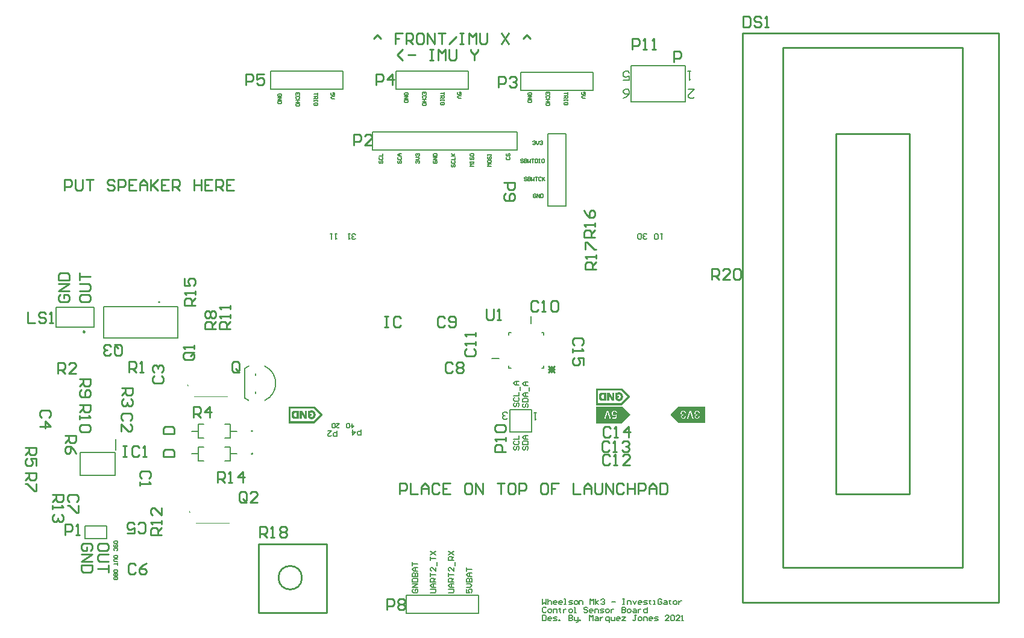
<source format=gto>
G04*
G04 #@! TF.GenerationSoftware,Altium Limited,Altium Designer,19.1.5 (86)*
G04*
G04 Layer_Color=65535*
%FSLAX25Y25*%
%MOIN*%
G70*
G01*
G75*
%ADD10C,0.01000*%
%ADD11C,0.00984*%
%ADD12C,0.00787*%
%ADD13C,0.00500*%
%ADD14C,0.00394*%
%ADD15C,0.00050*%
%ADD16C,0.00600*%
%ADD17C,0.00800*%
%ADD18C,0.00700*%
D10*
X427000Y244200D02*
G03*
X427000Y244200I-6500J0D01*
G01*
X722280Y489894D02*
X763067D01*
Y290386D02*
Y489894D01*
X722280Y290386D02*
Y489894D01*
Y290386D02*
X763067D01*
X693067Y537394D02*
X792280D01*
X693067Y249992D02*
X792280D01*
Y537394D01*
X693067Y249992D02*
Y537394D01*
X670626Y230504D02*
X812358D01*
X670626D02*
Y545465D01*
X812358Y230504D02*
Y545465D01*
X670626D02*
X812358D01*
X403000Y225000D02*
Y263000D01*
Y225000D02*
X440500D01*
Y263000D01*
X403000D02*
X440500D01*
X632500Y529500D02*
Y535498D01*
X635499D01*
X636499Y534498D01*
Y532499D01*
X635499Y531499D01*
X632500D01*
X609500Y536500D02*
Y542498D01*
X612499D01*
X613499Y541498D01*
Y539499D01*
X612499Y538499D01*
X609500D01*
X615498Y536500D02*
X617497D01*
X616498D01*
Y542498D01*
X615498Y541498D01*
X620496Y536500D02*
X622496D01*
X621496D01*
Y542498D01*
X620496Y541498D01*
X396000Y517000D02*
Y522998D01*
X398999D01*
X399999Y521998D01*
Y519999D01*
X398999Y518999D01*
X396000D01*
X405997Y522998D02*
X401998D01*
Y519999D01*
X403997Y520999D01*
X404997D01*
X405997Y519999D01*
Y518000D01*
X404997Y517000D01*
X402998D01*
X401998Y518000D01*
X535500Y515500D02*
Y521498D01*
X538499D01*
X539499Y520498D01*
Y518499D01*
X538499Y517499D01*
X535500D01*
X541498Y520498D02*
X542498Y521498D01*
X544497D01*
X545497Y520498D01*
Y519499D01*
X544497Y518499D01*
X543497D01*
X544497D01*
X545497Y517499D01*
Y516500D01*
X544497Y515500D01*
X542498D01*
X541498Y516500D01*
X481000Y290500D02*
Y296498D01*
X483999D01*
X484999Y295498D01*
Y293499D01*
X483999Y292499D01*
X481000D01*
X486998Y296498D02*
Y290500D01*
X490997D01*
X492996D02*
Y294499D01*
X494995Y296498D01*
X496995Y294499D01*
Y290500D01*
Y293499D01*
X492996D01*
X502993Y295498D02*
X501993Y296498D01*
X499994D01*
X498994Y295498D01*
Y291500D01*
X499994Y290500D01*
X501993D01*
X502993Y291500D01*
X508991Y296498D02*
X504992D01*
Y290500D01*
X508991D01*
X504992Y293499D02*
X506992D01*
X519987Y296498D02*
X517988D01*
X516988Y295498D01*
Y291500D01*
X517988Y290500D01*
X519987D01*
X520987Y291500D01*
Y295498D01*
X519987Y296498D01*
X522986Y290500D02*
Y296498D01*
X526985Y290500D01*
Y296498D01*
X534982D02*
X538981D01*
X536982D01*
Y290500D01*
X543980Y296498D02*
X541980D01*
X540981Y295498D01*
Y291500D01*
X541980Y290500D01*
X543980D01*
X544979Y291500D01*
Y295498D01*
X543980Y296498D01*
X546979Y290500D02*
Y296498D01*
X549978D01*
X550977Y295498D01*
Y293499D01*
X549978Y292499D01*
X546979D01*
X561974Y296498D02*
X559974D01*
X558975Y295498D01*
Y291500D01*
X559974Y290500D01*
X561974D01*
X562973Y291500D01*
Y295498D01*
X561974Y296498D01*
X568972D02*
X564973D01*
Y293499D01*
X566972D01*
X564973D01*
Y290500D01*
X576969Y296498D02*
Y290500D01*
X580968D01*
X582967D02*
Y294499D01*
X584966Y296498D01*
X586966Y294499D01*
Y290500D01*
Y293499D01*
X582967D01*
X588965Y296498D02*
Y291500D01*
X589965Y290500D01*
X591964D01*
X592964Y291500D01*
Y296498D01*
X594963Y290500D02*
Y296498D01*
X598962Y290500D01*
Y296498D01*
X604960Y295498D02*
X603960Y296498D01*
X601961D01*
X600961Y295498D01*
Y291500D01*
X601961Y290500D01*
X603960D01*
X604960Y291500D01*
X606959Y296498D02*
Y290500D01*
Y293499D01*
X610958D01*
Y296498D01*
Y290500D01*
X612957D02*
Y296498D01*
X615956D01*
X616956Y295498D01*
Y293499D01*
X615956Y292499D01*
X612957D01*
X618955Y290500D02*
Y294499D01*
X620955Y296498D01*
X622954Y294499D01*
Y290500D01*
Y293499D01*
X618955D01*
X624953Y296498D02*
Y290500D01*
X627952D01*
X628952Y291500D01*
Y295498D01*
X627952Y296498D01*
X624953D01*
X309979Y259281D02*
X310978Y260280D01*
Y262280D01*
X309979Y263280D01*
X305980D01*
X304980Y262280D01*
Y260280D01*
X305980Y259281D01*
X307979D01*
Y261280D01*
X304980Y257281D02*
X310978D01*
X304980Y253283D01*
X310978D01*
Y251283D02*
X304980D01*
Y248284D01*
X305980Y247285D01*
X309979D01*
X310978Y248284D01*
Y251283D01*
X319978Y260280D02*
Y262280D01*
X318979Y263280D01*
X314980D01*
X313980Y262280D01*
Y260280D01*
X314980Y259281D01*
X318979D01*
X319978Y260280D01*
Y257281D02*
X314980D01*
X313980Y256282D01*
Y254282D01*
X314980Y253283D01*
X319978D01*
Y251283D02*
Y247285D01*
Y249284D01*
X313980D01*
X303982Y399779D02*
Y397779D01*
X304982Y396779D01*
X308981D01*
X309980Y397779D01*
Y399779D01*
X308981Y400778D01*
X304982D01*
X303982Y399779D01*
Y402778D02*
X308981D01*
X309980Y403777D01*
Y405777D01*
X308981Y406776D01*
X303982D01*
Y408776D02*
Y412774D01*
Y410775D01*
X309980D01*
X293482Y400778D02*
X292482Y399779D01*
Y397779D01*
X293482Y396779D01*
X297481D01*
X298480Y397779D01*
Y399779D01*
X297481Y400778D01*
X295481D01*
Y398779D01*
X298480Y402778D02*
X292482D01*
X298480Y406776D01*
X292482D01*
Y408776D02*
X298480D01*
Y411775D01*
X297481Y412774D01*
X293482D01*
X292482Y411775D01*
Y408776D01*
X295500Y458500D02*
Y464498D01*
X298499D01*
X299499Y463498D01*
Y461499D01*
X298499Y460499D01*
X295500D01*
X301498Y464498D02*
Y459500D01*
X302498Y458500D01*
X304497D01*
X305497Y459500D01*
Y464498D01*
X307496D02*
X311495D01*
X309495D01*
Y458500D01*
X323491Y463498D02*
X322491Y464498D01*
X320492D01*
X319492Y463498D01*
Y462499D01*
X320492Y461499D01*
X322491D01*
X323491Y460499D01*
Y459500D01*
X322491Y458500D01*
X320492D01*
X319492Y459500D01*
X325490Y458500D02*
Y464498D01*
X328489D01*
X329489Y463498D01*
Y461499D01*
X328489Y460499D01*
X325490D01*
X335487Y464498D02*
X331488D01*
Y458500D01*
X335487D01*
X331488Y461499D02*
X333488D01*
X337486Y458500D02*
Y462499D01*
X339486Y464498D01*
X341485Y462499D01*
Y458500D01*
Y461499D01*
X337486D01*
X343484Y464498D02*
Y458500D01*
Y460499D01*
X347483Y464498D01*
X344484Y461499D01*
X347483Y458500D01*
X353481Y464498D02*
X349482D01*
Y458500D01*
X353481D01*
X349482Y461499D02*
X351482D01*
X355481Y458500D02*
Y464498D01*
X358480D01*
X359479Y463498D01*
Y461499D01*
X358480Y460499D01*
X355481D01*
X357480D02*
X359479Y458500D01*
X367477Y464498D02*
Y458500D01*
Y461499D01*
X371475D01*
Y464498D01*
Y458500D01*
X377473Y464498D02*
X373475D01*
Y458500D01*
X377473D01*
X373475Y461499D02*
X375474D01*
X379473Y458500D02*
Y464498D01*
X382472D01*
X383471Y463498D01*
Y461499D01*
X382472Y460499D01*
X379473D01*
X381472D02*
X383471Y458500D01*
X389470Y464498D02*
X385471D01*
Y458500D01*
X389470D01*
X385471Y461499D02*
X387470D01*
X466500Y542499D02*
X468499Y544498D01*
X470499Y542499D01*
X482495Y545498D02*
X478496D01*
Y542499D01*
X480496D01*
X478496D01*
Y539500D01*
X484494D02*
Y545498D01*
X487493D01*
X488493Y544498D01*
Y542499D01*
X487493Y541499D01*
X484494D01*
X486493D02*
X488493Y539500D01*
X493491Y545498D02*
X491492D01*
X490492Y544498D01*
Y540500D01*
X491492Y539500D01*
X493491D01*
X494491Y540500D01*
Y544498D01*
X493491Y545498D01*
X496490Y539500D02*
Y545498D01*
X500489Y539500D01*
Y545498D01*
X502488D02*
X506487D01*
X504488D01*
Y539500D01*
X508486D02*
X512485Y543499D01*
X514485Y545498D02*
X516484D01*
X515484D01*
Y539500D01*
X514485D01*
X516484D01*
X519483D02*
Y545498D01*
X521482Y543499D01*
X523482Y545498D01*
Y539500D01*
X525481Y545498D02*
Y540500D01*
X526481Y539500D01*
X528480D01*
X529480Y540500D01*
Y545498D01*
X537477D02*
X541476Y539500D01*
Y545498D02*
X537477Y539500D01*
X549473Y542499D02*
X551473Y544498D01*
X553472Y542499D01*
X482499Y530500D02*
X479500Y533499D01*
X482499Y536498D01*
X485498Y533499D02*
X489497D01*
X497494Y536498D02*
X499494D01*
X498494D01*
Y530500D01*
X497494D01*
X499494D01*
X502493D02*
Y536498D01*
X504492Y534499D01*
X506491Y536498D01*
Y530500D01*
X508491Y536498D02*
Y531500D01*
X509490Y530500D01*
X511490D01*
X512489Y531500D01*
Y536498D01*
X520487D02*
Y535498D01*
X522486Y533499D01*
X524485Y535498D01*
Y536498D01*
X522486Y533499D02*
Y530500D01*
X566500Y357835D02*
X563168Y361167D01*
X566500D02*
X563168Y357835D01*
X566500Y359501D02*
X563168D01*
X564834Y361167D02*
Y357835D01*
X539500Y314000D02*
X533502D01*
Y316999D01*
X534502Y317999D01*
X536501D01*
X537501Y316999D01*
Y314000D01*
X539500Y319998D02*
Y321997D01*
Y320998D01*
X533502D01*
X534502Y319998D01*
Y324996D02*
X533502Y325996D01*
Y327995D01*
X534502Y328995D01*
X538500D01*
X539500Y327995D01*
Y325996D01*
X538500Y324996D01*
X534502D01*
X653800Y409100D02*
Y415098D01*
X656799D01*
X657799Y414098D01*
Y412099D01*
X656799Y411099D01*
X653800D01*
X655799D02*
X657799Y409100D01*
X663797D02*
X659798D01*
X663797Y413099D01*
Y414098D01*
X662797Y415098D01*
X660798D01*
X659798Y414098D01*
X665796D02*
X666796Y415098D01*
X668795D01*
X669795Y414098D01*
Y410100D01*
X668795Y409100D01*
X666796D01*
X665796Y410100D01*
Y414098D01*
X403500Y266500D02*
Y272498D01*
X406499D01*
X407499Y271498D01*
Y269499D01*
X406499Y268499D01*
X403500D01*
X405499D02*
X407499Y266500D01*
X409498D02*
X411497D01*
X410498D01*
Y272498D01*
X409498Y271498D01*
X414496D02*
X415496Y272498D01*
X417495D01*
X418495Y271498D01*
Y270499D01*
X417495Y269499D01*
X418495Y268499D01*
Y267500D01*
X417495Y266500D01*
X415496D01*
X414496Y267500D01*
Y268499D01*
X415496Y269499D01*
X414496Y270499D01*
Y271498D01*
X415496Y269499D02*
X417495D01*
X538500Y463000D02*
X544498D01*
Y460001D01*
X543498Y459001D01*
X541499D01*
X540499Y460001D01*
Y463000D01*
X539500Y457002D02*
X538500Y456002D01*
Y454003D01*
X539500Y453003D01*
X543498D01*
X544498Y454003D01*
Y456002D01*
X543498Y457002D01*
X542499D01*
X541499Y456002D01*
Y453003D01*
X671100Y554998D02*
Y549000D01*
X674099D01*
X675099Y550000D01*
Y553998D01*
X674099Y554998D01*
X671100D01*
X681097Y553998D02*
X680097Y554998D01*
X678098D01*
X677098Y553998D01*
Y552999D01*
X678098Y551999D01*
X680097D01*
X681097Y550999D01*
Y550000D01*
X680097Y549000D01*
X678098D01*
X677098Y550000D01*
X683096Y549000D02*
X685096D01*
X684096D01*
Y554998D01*
X683096Y553998D01*
X288980Y290280D02*
X294978D01*
Y287281D01*
X293979Y286281D01*
X291979D01*
X290980Y287281D01*
Y290280D01*
Y288280D02*
X288980Y286281D01*
Y284281D02*
Y282282D01*
Y283282D01*
X294978D01*
X293979Y284281D01*
Y279283D02*
X294978Y278283D01*
Y276284D01*
X293979Y275284D01*
X292979D01*
X291979Y276284D01*
Y277284D01*
Y276284D01*
X290980Y275284D01*
X289980D01*
X288980Y276284D01*
Y278283D01*
X289980Y279283D01*
X302479Y286281D02*
X303478Y287281D01*
Y289280D01*
X302479Y290280D01*
X298480D01*
X297480Y289280D01*
Y287281D01*
X298480Y286281D01*
X303478Y284281D02*
Y280283D01*
X302479D01*
X298480Y284281D01*
X297480D01*
X589000Y432500D02*
X583002D01*
Y435499D01*
X584002Y436499D01*
X586001D01*
X587001Y435499D01*
Y432500D01*
Y434499D02*
X589000Y436499D01*
Y438498D02*
Y440497D01*
Y439498D01*
X583002D01*
X584002Y438498D01*
X583002Y447495D02*
X584002Y445496D01*
X586001Y443496D01*
X588000D01*
X589000Y444496D01*
Y446495D01*
X588000Y447495D01*
X587001D01*
X586001Y446495D01*
Y443496D01*
X589500Y415000D02*
X583502D01*
Y417999D01*
X584502Y418999D01*
X586501D01*
X587501Y417999D01*
Y415000D01*
Y416999D02*
X589500Y418999D01*
Y420998D02*
Y422997D01*
Y421998D01*
X583502D01*
X584502Y420998D01*
X583502Y425996D02*
Y429995D01*
X584502D01*
X588500Y425996D01*
X589500D01*
X581498Y373001D02*
X582498Y374001D01*
Y376000D01*
X581498Y377000D01*
X577500D01*
X576500Y376000D01*
Y374001D01*
X577500Y373001D01*
X576500Y371002D02*
Y369003D01*
Y370002D01*
X582498D01*
X581498Y371002D01*
X582498Y362005D02*
Y366004D01*
X579499D01*
X580499Y364004D01*
Y363004D01*
X579499Y362005D01*
X577500D01*
X576500Y363004D01*
Y365004D01*
X577500Y366004D01*
X597199Y311498D02*
X596200Y312498D01*
X594201D01*
X593201Y311498D01*
Y307500D01*
X594201Y306500D01*
X596200D01*
X597199Y307500D01*
X599199Y306500D02*
X601198D01*
X600199D01*
Y312498D01*
X599199Y311498D01*
X608196Y306500D02*
X604197D01*
X608196Y310499D01*
Y311498D01*
X607196Y312498D01*
X605197D01*
X604197Y311498D01*
X596999Y318998D02*
X595999Y319998D01*
X594000D01*
X593000Y318998D01*
Y315000D01*
X594000Y314000D01*
X595999D01*
X596999Y315000D01*
X598998Y314000D02*
X600997D01*
X599998D01*
Y319998D01*
X598998Y318998D01*
X603996D02*
X604996Y319998D01*
X606995D01*
X607995Y318998D01*
Y317999D01*
X606995Y316999D01*
X605996D01*
X606995D01*
X607995Y315999D01*
Y315000D01*
X606995Y314000D01*
X604996D01*
X603996Y315000D01*
X597499Y326998D02*
X596499Y327998D01*
X594500D01*
X593500Y326998D01*
Y323000D01*
X594500Y322000D01*
X596499D01*
X597499Y323000D01*
X599498Y322000D02*
X601497D01*
X600498D01*
Y327998D01*
X599498Y326998D01*
X607495Y322000D02*
Y327998D01*
X604496Y324999D01*
X608495D01*
X529000Y392998D02*
Y388000D01*
X530000Y387000D01*
X531999D01*
X532999Y388000D01*
Y392998D01*
X534998Y387000D02*
X536997D01*
X535998D01*
Y392998D01*
X534998Y391998D01*
X468000Y517000D02*
Y522998D01*
X470999D01*
X471999Y521998D01*
Y519999D01*
X470999Y518999D01*
X468000D01*
X476997Y517000D02*
Y522998D01*
X473998Y519999D01*
X477997D01*
X342479Y299281D02*
X343478Y300280D01*
Y302280D01*
X342479Y303279D01*
X338480D01*
X337480Y302280D01*
Y300280D01*
X338480Y299281D01*
X337480Y297282D02*
Y295282D01*
Y296282D01*
X343478D01*
X342479Y297282D01*
X518002Y370999D02*
X517002Y369999D01*
Y368000D01*
X518002Y367000D01*
X522000D01*
X523000Y368000D01*
Y369999D01*
X522000Y370999D01*
X523000Y372998D02*
Y374997D01*
Y373998D01*
X517002D01*
X518002Y372998D01*
X523000Y377996D02*
Y379996D01*
Y378996D01*
X517002D01*
X518002Y377996D01*
X557499Y396498D02*
X556499Y397498D01*
X554500D01*
X553500Y396498D01*
Y392500D01*
X554500Y391500D01*
X556499D01*
X557499Y392500D01*
X559498Y391500D02*
X561497D01*
X560498D01*
Y397498D01*
X559498Y396498D01*
X564496D02*
X565496Y397498D01*
X567495D01*
X568495Y396498D01*
Y392500D01*
X567495Y391500D01*
X565496D01*
X564496Y392500D01*
Y396498D01*
X505999Y387998D02*
X504999Y388998D01*
X503000D01*
X502000Y387998D01*
Y384000D01*
X503000Y383000D01*
X504999D01*
X505999Y384000D01*
X507998D02*
X508998Y383000D01*
X510997D01*
X511997Y384000D01*
Y387998D01*
X510997Y388998D01*
X508998D01*
X507998Y387998D01*
Y386999D01*
X508998Y385999D01*
X511997D01*
X510349Y362498D02*
X509349Y363498D01*
X507350D01*
X506350Y362498D01*
Y358500D01*
X507350Y357500D01*
X509349D01*
X510349Y358500D01*
X512348Y362498D02*
X513348Y363498D01*
X515347D01*
X516347Y362498D01*
Y361499D01*
X515347Y360499D01*
X516347Y359499D01*
Y358500D01*
X515347Y357500D01*
X513348D01*
X512348Y358500D01*
Y359499D01*
X513348Y360499D01*
X512348Y361499D01*
Y362498D01*
X513348Y360499D02*
X515347D01*
X380480Y296779D02*
Y302778D01*
X383479D01*
X384479Y301778D01*
Y299779D01*
X383479Y298779D01*
X380480D01*
X382480D02*
X384479Y296779D01*
X386478D02*
X388478D01*
X387478D01*
Y302778D01*
X386478Y301778D01*
X394476Y296779D02*
Y302778D01*
X391477Y299779D01*
X395476D01*
X349480Y267779D02*
X343482D01*
Y270779D01*
X344482Y271778D01*
X346481D01*
X347481Y270779D01*
Y267779D01*
Y269779D02*
X349480Y271778D01*
Y273778D02*
Y275777D01*
Y274777D01*
X343482D01*
X344482Y273778D01*
X349480Y282775D02*
Y278776D01*
X345482Y282775D01*
X344482D01*
X343482Y281775D01*
Y279776D01*
X344482Y278776D01*
X387480Y381780D02*
X381482D01*
Y384779D01*
X382482Y385778D01*
X384481D01*
X385481Y384779D01*
Y381780D01*
Y383779D02*
X387480Y385778D01*
Y387778D02*
Y389777D01*
Y388777D01*
X381482D01*
X382482Y387778D01*
X387480Y392776D02*
Y394775D01*
Y393776D01*
X381482D01*
X382482Y392776D01*
X379480Y381929D02*
X373482D01*
Y384928D01*
X374482Y385928D01*
X376481D01*
X377481Y384928D01*
Y381929D01*
Y383928D02*
X379480Y385928D01*
X374482Y387927D02*
X373482Y388927D01*
Y390926D01*
X374482Y391926D01*
X375482D01*
X376481Y390926D01*
X377481Y391926D01*
X378481D01*
X379480Y390926D01*
Y388927D01*
X378481Y387927D01*
X377481D01*
X376481Y388927D01*
X375482Y387927D01*
X374482D01*
X376481Y388927D02*
Y390926D01*
X366980Y332780D02*
Y338778D01*
X369979D01*
X370979Y337778D01*
Y335779D01*
X369979Y334779D01*
X366980D01*
X368980D02*
X370979Y332780D01*
X375977D02*
Y338778D01*
X372978Y335779D01*
X376977D01*
X367980Y394779D02*
X361982D01*
Y397779D01*
X362982Y398778D01*
X364981D01*
X365981Y397779D01*
Y394779D01*
Y396779D02*
X367980Y398778D01*
Y400778D02*
Y402777D01*
Y401777D01*
X361982D01*
X362982Y400778D01*
X361982Y409775D02*
Y405776D01*
X364981D01*
X363982Y407775D01*
Y408775D01*
X364981Y409775D01*
X366981D01*
X367980Y408775D01*
Y406776D01*
X366981Y405776D01*
X303980Y354279D02*
X309978D01*
Y351280D01*
X308979Y350281D01*
X306979D01*
X305980Y351280D01*
Y354279D01*
Y352280D02*
X303980Y350281D01*
X304980Y348282D02*
X303980Y347282D01*
Y345282D01*
X304980Y344283D01*
X308979D01*
X309978Y345282D01*
Y347282D01*
X308979Y348282D01*
X307979D01*
X306979Y347282D01*
Y344283D01*
X303980Y339779D02*
X309978D01*
Y336781D01*
X308979Y335781D01*
X306979D01*
X305980Y336781D01*
Y339779D01*
Y337780D02*
X303980Y335781D01*
Y333782D02*
Y331782D01*
Y332782D01*
X309978D01*
X308979Y333782D01*
Y328783D02*
X309978Y327783D01*
Y325784D01*
X308979Y324784D01*
X304980D01*
X303980Y325784D01*
Y327783D01*
X304980Y328783D01*
X308979D01*
X273980Y302079D02*
X279978D01*
Y299080D01*
X278979Y298080D01*
X276979D01*
X275980Y299080D01*
Y302079D01*
Y300079D02*
X273980Y298080D01*
X279978Y296081D02*
Y292082D01*
X278979D01*
X274980Y296081D01*
X273980D01*
Y316280D02*
X279978D01*
Y313281D01*
X278979Y312281D01*
X276979D01*
X275980Y313281D01*
Y316280D01*
Y314280D02*
X273980Y312281D01*
X279978Y306283D02*
Y310281D01*
X276979D01*
X277979Y308282D01*
Y307282D01*
X276979Y306283D01*
X274980D01*
X273980Y307282D01*
Y309282D01*
X274980Y310281D01*
X327480Y349279D02*
X333478D01*
Y346281D01*
X332479Y345281D01*
X330479D01*
X329480Y346281D01*
Y349279D01*
Y347280D02*
X327480Y345281D01*
X332479Y343282D02*
X333478Y342282D01*
Y340282D01*
X332479Y339283D01*
X331479D01*
X330479Y340282D01*
Y341282D01*
Y340282D01*
X329480Y339283D01*
X328480D01*
X327480Y340282D01*
Y342282D01*
X328480Y343282D01*
X295980Y322779D02*
X301978D01*
Y319780D01*
X300979Y318781D01*
X298979D01*
X297980Y319780D01*
Y322779D01*
Y320780D02*
X295980Y318781D01*
X301978Y312783D02*
X300979Y314782D01*
X298979Y316781D01*
X296980D01*
X295980Y315782D01*
Y313782D01*
X296980Y312783D01*
X297980D01*
X298979Y313782D01*
Y316781D01*
X291980Y357279D02*
Y363278D01*
X294979D01*
X295979Y362278D01*
Y360279D01*
X294979Y359279D01*
X291980D01*
X293980D02*
X295979Y357279D01*
X301977D02*
X297978D01*
X301977Y361278D01*
Y362278D01*
X300977Y363278D01*
X298978D01*
X297978Y362278D01*
X331480Y357780D02*
Y363778D01*
X334479D01*
X335479Y362778D01*
Y360779D01*
X334479Y359779D01*
X331480D01*
X333480D02*
X335479Y357780D01*
X337478D02*
X339478D01*
X338478D01*
Y363778D01*
X337478Y362778D01*
X392279Y358779D02*
Y362778D01*
X391279Y363778D01*
X389280D01*
X388280Y362778D01*
Y358779D01*
X389280Y357780D01*
X391279D01*
X390280Y359779D02*
X392279Y357780D01*
X391279D02*
X392279Y358779D01*
X323482Y372280D02*
Y368281D01*
X324481Y367282D01*
X326481D01*
X327480Y368281D01*
Y372280D01*
X326481Y373280D01*
X324481D01*
X325481Y371280D02*
X323482Y373280D01*
X324481D02*
X323482Y372280D01*
X321482Y368281D02*
X320483Y367282D01*
X318483D01*
X317484Y368281D01*
Y369281D01*
X318483Y370281D01*
X319483D01*
X318483D01*
X317484Y371280D01*
Y372280D01*
X318483Y373280D01*
X320483D01*
X321482Y372280D01*
X396479Y286779D02*
Y290778D01*
X395479Y291778D01*
X393480D01*
X392480Y290778D01*
Y286779D01*
X393480Y285780D01*
X395479D01*
X394480Y287779D02*
X396479Y285780D01*
X395479D02*
X396479Y286779D01*
X402477Y285780D02*
X398478D01*
X402477Y289778D01*
Y290778D01*
X401477Y291778D01*
X399478D01*
X398478Y290778D01*
X366481Y368778D02*
X362482D01*
X361482Y367779D01*
Y365779D01*
X362482Y364779D01*
X366481D01*
X367480Y365779D01*
Y367779D01*
X365481Y366779D02*
X367480Y368778D01*
Y367779D02*
X366481Y368778D01*
X367480Y370778D02*
Y372777D01*
Y371777D01*
X361482D01*
X362482Y370778D01*
X295980Y267779D02*
Y273778D01*
X298979D01*
X299979Y272778D01*
Y270779D01*
X298979Y269779D01*
X295980D01*
X301978Y267779D02*
X303978D01*
X302978D01*
Y273778D01*
X301978Y272778D01*
X275480Y391278D02*
Y385279D01*
X279479D01*
X285477Y390278D02*
X284477Y391278D01*
X282478D01*
X281478Y390278D01*
Y389278D01*
X282478Y388279D01*
X284477D01*
X285477Y387279D01*
Y386279D01*
X284477Y385279D01*
X282478D01*
X281478Y386279D01*
X287476Y385279D02*
X289476D01*
X288476D01*
Y391278D01*
X287476Y390278D01*
X327980Y317278D02*
X329980D01*
X328980D01*
Y311280D01*
X327980D01*
X329980D01*
X336977Y316278D02*
X335978Y317278D01*
X333978D01*
X332979Y316278D01*
Y312279D01*
X333978Y311280D01*
X335978D01*
X336977Y312279D01*
X338977Y311280D02*
X340976D01*
X339976D01*
Y317278D01*
X338977Y316278D01*
X350482Y311280D02*
X356480D01*
Y314279D01*
X355481Y315278D01*
X351482D01*
X350482Y314279D01*
Y311280D01*
Y323780D02*
X356480D01*
Y326779D01*
X355481Y327778D01*
X351482D01*
X350482Y326779D01*
Y323780D01*
X334979Y251278D02*
X333979Y252278D01*
X331980D01*
X330980Y251278D01*
Y247279D01*
X331980Y246280D01*
X333979D01*
X334979Y247279D01*
X340977Y252278D02*
X338978Y251278D01*
X336978Y249279D01*
Y247279D01*
X337978Y246280D01*
X339977D01*
X340977Y247279D01*
Y248279D01*
X339977Y249279D01*
X336978D01*
X336482Y269781D02*
X337481Y268781D01*
X339481D01*
X340480Y269781D01*
Y273780D01*
X339481Y274780D01*
X337481D01*
X336482Y273780D01*
X330484Y268781D02*
X334482D01*
Y271780D01*
X332483Y270781D01*
X331483D01*
X330484Y271780D01*
Y273780D01*
X331483Y274780D01*
X333483D01*
X334482Y273780D01*
X345482Y355778D02*
X344482Y354779D01*
Y352779D01*
X345482Y351780D01*
X349481D01*
X350480Y352779D01*
Y354779D01*
X349481Y355778D01*
X345482Y357778D02*
X344482Y358777D01*
Y360777D01*
X345482Y361776D01*
X346482D01*
X347481Y360777D01*
Y359777D01*
Y360777D01*
X348481Y361776D01*
X349481D01*
X350480Y360777D01*
Y358777D01*
X349481Y357778D01*
X331979Y331281D02*
X332978Y332280D01*
Y334280D01*
X331979Y335279D01*
X327980D01*
X326980Y334280D01*
Y332280D01*
X327980Y331281D01*
X326980Y325283D02*
Y329281D01*
X330979Y325283D01*
X331979D01*
X332978Y326282D01*
Y328282D01*
X331979Y329281D01*
X286979Y332781D02*
X287978Y333781D01*
Y335780D01*
X286979Y336779D01*
X282980D01*
X281980Y335780D01*
Y333781D01*
X282980Y332781D01*
X281980Y327782D02*
X287978D01*
X284979Y330782D01*
Y326783D01*
X474000Y226500D02*
Y232498D01*
X476999D01*
X477999Y231498D01*
Y229499D01*
X476999Y228499D01*
X474000D01*
X479998Y231498D02*
X480998Y232498D01*
X482997D01*
X483997Y231498D01*
Y230499D01*
X482997Y229499D01*
X483997Y228499D01*
Y227500D01*
X482997Y226500D01*
X480998D01*
X479998Y227500D01*
Y228499D01*
X480998Y229499D01*
X479998Y230499D01*
Y231498D01*
X480998Y229499D02*
X482997D01*
X455500Y483500D02*
Y489498D01*
X458499D01*
X459499Y488498D01*
Y486499D01*
X458499Y485499D01*
X455500D01*
X465497Y483500D02*
X461498D01*
X465497Y487499D01*
Y488498D01*
X464497Y489498D01*
X462498D01*
X461498Y488498D01*
X472500Y388998D02*
X474499D01*
X473500D01*
Y383000D01*
X472500D01*
X474499D01*
X481497Y387998D02*
X480497Y388998D01*
X478498D01*
X477498Y387998D01*
Y384000D01*
X478498Y383000D01*
X480497D01*
X481497Y384000D01*
D11*
X306972Y380209D02*
G03*
X306972Y380209I-492J0D01*
G01*
D12*
X364882Y280386D02*
G03*
X364882Y280780I0J197D01*
G01*
D02*
G03*
X364882Y280386I0J-197D01*
G01*
D02*
G03*
X364882Y280780I0J197D01*
G01*
X348374Y396654D02*
G03*
X348374Y396654I-394J0D01*
G01*
X399740Y325279D02*
G03*
X399740Y325279I-394J0D01*
G01*
Y312779D02*
G03*
X399740Y312779I-394J0D01*
G01*
X363882Y350386D02*
G03*
X363882Y350780I0J197D01*
G01*
D02*
G03*
X363882Y350386I0J-197D01*
G01*
D02*
G03*
X363882Y350780I0J197D01*
G01*
X563000Y490000D02*
X573000D01*
Y450000D02*
Y490000D01*
X563000Y450000D02*
Y490000D01*
Y450000D02*
X573000D01*
X609000Y507500D02*
Y527500D01*
X639000Y507500D02*
Y527500D01*
X609000Y507500D02*
X639000D01*
X609000Y527500D02*
X639000D01*
X609000D02*
X628167D01*
X484500Y224500D02*
Y234500D01*
X524500D01*
X484500Y224500D02*
X524500D01*
Y234500D01*
X409500Y514500D02*
Y524500D01*
X449500D01*
X409500Y514500D02*
X449500D01*
Y524500D01*
X548000Y514000D02*
Y524000D01*
X588000D01*
X548000Y514000D02*
X588000D01*
Y524000D01*
X546000Y481000D02*
Y491000D01*
X466000Y481000D02*
X546000D01*
X466000D02*
Y491000D01*
X546000D01*
X479000Y514500D02*
Y524500D01*
X519000D01*
X479000Y514500D02*
X519000D01*
Y524500D01*
X554043Y324957D02*
Y337043D01*
X541957Y324957D02*
X554043D01*
X541957D02*
Y337043D01*
X554043D01*
X311992Y382768D02*
Y393791D01*
X290969Y382768D02*
Y393791D01*
Y382768D02*
X311992D01*
X290969Y393791D02*
X311992D01*
X306937Y265736D02*
Y272823D01*
Y265736D02*
X319024D01*
Y272823D01*
X306937D02*
X319024D01*
X323626Y300803D02*
Y313402D01*
X304335Y300803D02*
X323626D01*
X304335D02*
Y313402D01*
X323626D01*
X324138Y314780D02*
Y320783D01*
X556799Y335500D02*
X555487D01*
X556143D01*
Y331564D01*
X556799Y332220D01*
X540658Y332495D02*
X540001Y331839D01*
X538690D01*
X538034Y332495D01*
Y333151D01*
X538690Y333806D01*
X539346D01*
X538690D01*
X538034Y334462D01*
Y335118D01*
X538690Y335774D01*
X540001D01*
X540658Y335118D01*
D13*
X406418Y342263D02*
G03*
X406418Y361296I-4437J9516D01*
G01*
X397543Y361298D02*
G03*
X395516Y360056I4438J-9516D01*
G01*
Y343503D02*
G03*
X397543Y342261I6464J8274D01*
G01*
X317478Y376839D02*
X358482D01*
Y394339D01*
X317478D02*
X358482D01*
X317478Y376839D02*
Y394339D01*
X384465Y321500D02*
X387457D01*
X384465Y329059D02*
X387457D01*
X369504D02*
X372496D01*
X369504Y321500D02*
X372496D01*
X369504Y321539D02*
Y325280D01*
Y329059D01*
X387457Y321500D02*
Y325280D01*
Y329020D01*
Y325280D02*
X391079D01*
X365882D02*
X369504D01*
X384465Y309000D02*
X387457D01*
X384465Y316559D02*
X387457D01*
X369504D02*
X372496D01*
X369504Y309000D02*
X372496D01*
X369504Y309039D02*
Y312780D01*
Y316559D01*
X387457Y309000D02*
Y312780D01*
Y316520D01*
Y312780D02*
X391079D01*
X365882D02*
X369504D01*
X395480Y343532D02*
Y360028D01*
X401480Y356252D02*
Y357307D01*
Y346252D02*
Y347307D01*
X444999Y511167D02*
Y512500D01*
X444000D01*
X444333Y511834D01*
Y511500D01*
X444000Y511167D01*
X443333D01*
X443000Y511500D01*
Y512167D01*
X443333Y512500D01*
X444999Y510501D02*
X443666D01*
X443000Y509834D01*
X443666Y509168D01*
X444999D01*
X435499Y512500D02*
Y511167D01*
Y511834D01*
X433500D01*
Y510501D02*
X435499D01*
Y509501D01*
X435166Y509168D01*
X434500D01*
X434166Y509501D01*
Y510501D01*
Y509834D02*
X433500Y509168D01*
X435499Y508501D02*
Y507835D01*
Y508168D01*
X433500D01*
Y508501D01*
Y507835D01*
X435166Y505502D02*
X435499Y505835D01*
Y506502D01*
X435166Y506835D01*
X433833D01*
X433500Y506502D01*
Y505835D01*
X433833Y505502D01*
X434500D01*
Y506169D01*
X425499Y511167D02*
Y512500D01*
X423500D01*
Y511167D01*
X424500Y512500D02*
Y511834D01*
X425166Y509168D02*
X425499Y509501D01*
Y510167D01*
X425166Y510501D01*
X423833D01*
X423500Y510167D01*
Y509501D01*
X423833Y509168D01*
X425499Y508501D02*
X423500D01*
X424500D01*
Y507168D01*
X425499D01*
X423500D01*
X425499Y505502D02*
Y506169D01*
X425166Y506502D01*
X423833D01*
X423500Y506169D01*
Y505502D01*
X423833Y505169D01*
X425166D01*
X425499Y505502D01*
X415166Y510667D02*
X415499Y511000D01*
Y511667D01*
X415166Y512000D01*
X413833D01*
X413500Y511667D01*
Y511000D01*
X413833Y510667D01*
X414500D01*
Y511334D01*
X413500Y510001D02*
X415499D01*
X413500Y508668D01*
X415499D01*
Y508001D02*
X413500D01*
Y507002D01*
X413833Y506668D01*
X415166D01*
X415499Y507002D01*
Y508001D01*
X583499Y511667D02*
Y513000D01*
X582500D01*
X582833Y512334D01*
Y512000D01*
X582500Y511667D01*
X581833D01*
X581500Y512000D01*
Y512667D01*
X581833Y513000D01*
X583499Y511001D02*
X582166D01*
X581500Y510334D01*
X582166Y509668D01*
X583499D01*
X573999Y513000D02*
Y511667D01*
Y512334D01*
X572000D01*
Y511001D02*
X573999D01*
Y510001D01*
X573666Y509668D01*
X573000D01*
X572666Y510001D01*
Y511001D01*
Y510334D02*
X572000Y509668D01*
X573999Y509001D02*
Y508335D01*
Y508668D01*
X572000D01*
Y509001D01*
Y508335D01*
X573666Y506002D02*
X573999Y506335D01*
Y507002D01*
X573666Y507335D01*
X572333D01*
X572000Y507002D01*
Y506335D01*
X572333Y506002D01*
X573000D01*
Y506669D01*
X563999Y511667D02*
Y513000D01*
X562000D01*
Y511667D01*
X563000Y513000D02*
Y512334D01*
X563666Y509668D02*
X563999Y510001D01*
Y510667D01*
X563666Y511001D01*
X562333D01*
X562000Y510667D01*
Y510001D01*
X562333Y509668D01*
X563999Y509001D02*
X562000D01*
X563000D01*
Y507668D01*
X563999D01*
X562000D01*
X563999Y506002D02*
Y506669D01*
X563666Y507002D01*
X562333D01*
X562000Y506669D01*
Y506002D01*
X562333Y505669D01*
X563666D01*
X563999Y506002D01*
X553666Y511167D02*
X553999Y511500D01*
Y512167D01*
X553666Y512500D01*
X552333D01*
X552000Y512167D01*
Y511500D01*
X552333Y511167D01*
X553000D01*
Y511834D01*
X552000Y510501D02*
X553999D01*
X552000Y509168D01*
X553999D01*
Y508501D02*
X552000D01*
Y507502D01*
X552333Y507168D01*
X553666D01*
X553999Y507502D01*
Y508501D01*
X560000Y223499D02*
Y220500D01*
X561500D01*
X561999Y221000D01*
Y222999D01*
X561500Y223499D01*
X560000D01*
X564499Y220500D02*
X563499D01*
X562999Y221000D01*
Y222000D01*
X563499Y222499D01*
X564499D01*
X564998Y222000D01*
Y221500D01*
X562999D01*
X565998Y220500D02*
X567498D01*
X567997Y221000D01*
X567498Y221500D01*
X566498D01*
X565998Y222000D01*
X566498Y222499D01*
X567997D01*
X568997Y220500D02*
Y221000D01*
X569497D01*
Y220500D01*
X568997D01*
X574495Y223499D02*
Y220500D01*
X575995D01*
X576495Y221000D01*
Y221500D01*
X575995Y222000D01*
X574495D01*
X575995D01*
X576495Y222499D01*
Y222999D01*
X575995Y223499D01*
X574495D01*
X577494Y222499D02*
Y221000D01*
X577994Y220500D01*
X579494D01*
Y220000D01*
X578994Y219500D01*
X578494D01*
X579494Y220500D02*
Y222499D01*
X580493Y220500D02*
Y221000D01*
X580993D01*
Y220500D01*
X580493D01*
X585992D02*
Y223499D01*
X586991Y222499D01*
X587991Y223499D01*
Y220500D01*
X589491Y222499D02*
X590490D01*
X590990Y222000D01*
Y220500D01*
X589491D01*
X588991Y221000D01*
X589491Y221500D01*
X590990D01*
X591990Y222499D02*
Y220500D01*
Y221500D01*
X592489Y222000D01*
X592989Y222499D01*
X593489D01*
X596988Y219500D02*
Y222499D01*
X595489D01*
X594989Y222000D01*
Y221000D01*
X595489Y220500D01*
X596988D01*
X597988Y222499D02*
Y221000D01*
X598488Y220500D01*
X599987D01*
Y222499D01*
X602486Y220500D02*
X601487D01*
X600987Y221000D01*
Y222000D01*
X601487Y222499D01*
X602486D01*
X602986Y222000D01*
Y221500D01*
X600987D01*
X603986Y222499D02*
X605985D01*
X603986Y220500D01*
X605985D01*
X611983Y223499D02*
X610984D01*
X611483D01*
Y221000D01*
X610984Y220500D01*
X610484D01*
X609984Y221000D01*
X613483Y220500D02*
X614482D01*
X614982Y221000D01*
Y222000D01*
X614482Y222499D01*
X613483D01*
X612983Y222000D01*
Y221000D01*
X613483Y220500D01*
X615982D02*
Y222499D01*
X617481D01*
X617981Y222000D01*
Y220500D01*
X620480D02*
X619481D01*
X618981Y221000D01*
Y222000D01*
X619481Y222499D01*
X620480D01*
X620980Y222000D01*
Y221500D01*
X618981D01*
X621980Y220500D02*
X623480D01*
X623979Y221000D01*
X623480Y221500D01*
X622480D01*
X621980Y222000D01*
X622480Y222499D01*
X623979D01*
X629977Y220500D02*
X627978D01*
X629977Y222499D01*
Y222999D01*
X629478Y223499D01*
X628478D01*
X627978Y222999D01*
X630977D02*
X631477Y223499D01*
X632477D01*
X632976Y222999D01*
Y221000D01*
X632477Y220500D01*
X631477D01*
X630977Y221000D01*
Y222999D01*
X635975Y220500D02*
X633976D01*
X635975Y222499D01*
Y222999D01*
X635476Y223499D01*
X634476D01*
X633976Y222999D01*
X636975Y220500D02*
X637975D01*
X637475D01*
Y223499D01*
X636975Y222999D01*
X561999Y227499D02*
X561500Y227999D01*
X560500D01*
X560000Y227499D01*
Y225500D01*
X560500Y225000D01*
X561500D01*
X561999Y225500D01*
X563499Y225000D02*
X564499D01*
X564998Y225500D01*
Y226500D01*
X564499Y226999D01*
X563499D01*
X562999Y226500D01*
Y225500D01*
X563499Y225000D01*
X565998D02*
Y226999D01*
X567498D01*
X567997Y226500D01*
Y225000D01*
X569497Y227499D02*
Y226999D01*
X568997D01*
X569997D01*
X569497D01*
Y225500D01*
X569997Y225000D01*
X571496Y226999D02*
Y225000D01*
Y226000D01*
X571996Y226500D01*
X572496Y226999D01*
X572996D01*
X574995Y225000D02*
X575995D01*
X576495Y225500D01*
Y226500D01*
X575995Y226999D01*
X574995D01*
X574495Y226500D01*
Y225500D01*
X574995Y225000D01*
X577494D02*
X578494D01*
X577994D01*
Y227999D01*
X577494D01*
X584992Y227499D02*
X584492Y227999D01*
X583492D01*
X582993Y227499D01*
Y226999D01*
X583492Y226500D01*
X584492D01*
X584992Y226000D01*
Y225500D01*
X584492Y225000D01*
X583492D01*
X582993Y225500D01*
X587491Y225000D02*
X586491D01*
X585992Y225500D01*
Y226500D01*
X586491Y226999D01*
X587491D01*
X587991Y226500D01*
Y226000D01*
X585992D01*
X588991Y225000D02*
Y226999D01*
X590490D01*
X590990Y226500D01*
Y225000D01*
X591990D02*
X593489D01*
X593989Y225500D01*
X593489Y226000D01*
X592489D01*
X591990Y226500D01*
X592489Y226999D01*
X593989D01*
X595489Y225000D02*
X596488D01*
X596988Y225500D01*
Y226500D01*
X596488Y226999D01*
X595489D01*
X594989Y226500D01*
Y225500D01*
X595489Y225000D01*
X597988Y226999D02*
Y225000D01*
Y226000D01*
X598488Y226500D01*
X598987Y226999D01*
X599487D01*
X603986Y227999D02*
Y225000D01*
X605485D01*
X605985Y225500D01*
Y226000D01*
X605485Y226500D01*
X603986D01*
X605485D01*
X605985Y226999D01*
Y227499D01*
X605485Y227999D01*
X603986D01*
X607485Y225000D02*
X608484D01*
X608984Y225500D01*
Y226500D01*
X608484Y226999D01*
X607485D01*
X606985Y226500D01*
Y225500D01*
X607485Y225000D01*
X610484Y226999D02*
X611483D01*
X611983Y226500D01*
Y225000D01*
X610484D01*
X609984Y225500D01*
X610484Y226000D01*
X611983D01*
X612983Y226999D02*
Y225000D01*
Y226000D01*
X613483Y226500D01*
X613982Y226999D01*
X614482D01*
X617981Y227999D02*
Y225000D01*
X616482D01*
X615982Y225500D01*
Y226500D01*
X616482Y226999D01*
X617981D01*
X560000Y232499D02*
Y229500D01*
X561000Y230500D01*
X561999Y229500D01*
Y232499D01*
X562999D02*
Y229500D01*
Y230999D01*
X563499Y231499D01*
X564499D01*
X564998Y230999D01*
Y229500D01*
X567498D02*
X566498D01*
X565998Y230000D01*
Y230999D01*
X566498Y231499D01*
X567498D01*
X567997Y230999D01*
Y230500D01*
X565998D01*
X570497Y229500D02*
X569497D01*
X568997Y230000D01*
Y230999D01*
X569497Y231499D01*
X570497D01*
X570996Y230999D01*
Y230500D01*
X568997D01*
X571996Y229500D02*
X572996D01*
X572496D01*
Y232499D01*
X571996D01*
X574495Y229500D02*
X575995D01*
X576495Y230000D01*
X575995Y230500D01*
X574995D01*
X574495Y230999D01*
X574995Y231499D01*
X576495D01*
X577994Y229500D02*
X578994D01*
X579494Y230000D01*
Y230999D01*
X578994Y231499D01*
X577994D01*
X577494Y230999D01*
Y230000D01*
X577994Y229500D01*
X580493D02*
Y231499D01*
X581993D01*
X582493Y230999D01*
Y229500D01*
X586491D02*
Y232499D01*
X587491Y231499D01*
X588491Y232499D01*
Y229500D01*
X589491D02*
Y232499D01*
Y230500D02*
X590990Y231499D01*
X589491Y230500D02*
X590990Y229500D01*
X592489Y231999D02*
X592989Y232499D01*
X593989D01*
X594489Y231999D01*
Y231499D01*
X593989Y230999D01*
X593489D01*
X593989D01*
X594489Y230500D01*
Y230000D01*
X593989Y229500D01*
X592989D01*
X592489Y230000D01*
X598488Y230999D02*
X600487D01*
X604486Y232499D02*
X605485D01*
X604986D01*
Y229500D01*
X604486D01*
X605485D01*
X606985D02*
Y231499D01*
X608484D01*
X608984Y230999D01*
Y229500D01*
X609984Y231499D02*
X610984Y229500D01*
X611983Y231499D01*
X614482Y229500D02*
X613483D01*
X612983Y230000D01*
Y230999D01*
X613483Y231499D01*
X614482D01*
X614982Y230999D01*
Y230500D01*
X612983D01*
X615982Y229500D02*
X617481D01*
X617981Y230000D01*
X617481Y230500D01*
X616482D01*
X615982Y230999D01*
X616482Y231499D01*
X617981D01*
X619481Y231999D02*
Y231499D01*
X618981D01*
X619981D01*
X619481D01*
Y230000D01*
X619981Y229500D01*
X621480D02*
X622480D01*
X621980D01*
Y231499D01*
X621480D01*
X625979Y231999D02*
X625479Y232499D01*
X624479D01*
X623979Y231999D01*
Y230000D01*
X624479Y229500D01*
X625479D01*
X625979Y230000D01*
Y230999D01*
X624979D01*
X627478Y231499D02*
X628478D01*
X628978Y230999D01*
Y229500D01*
X627478D01*
X626978Y230000D01*
X627478Y230500D01*
X628978D01*
X630477Y231999D02*
Y231499D01*
X629977D01*
X630977D01*
X630477D01*
Y230000D01*
X630977Y229500D01*
X632976D02*
X633976D01*
X634476Y230000D01*
Y230999D01*
X633976Y231499D01*
X632976D01*
X632477Y230999D01*
Y230000D01*
X632976Y229500D01*
X635476Y231499D02*
Y229500D01*
Y230500D01*
X635975Y230999D01*
X636475Y231499D01*
X636975D01*
X554500Y485666D02*
X554833Y485999D01*
X555500D01*
X555833Y485666D01*
Y485333D01*
X555500Y485000D01*
X555166D01*
X555500D01*
X555833Y484666D01*
Y484333D01*
X555500Y484000D01*
X554833D01*
X554500Y484333D01*
X556499Y485999D02*
Y484666D01*
X557166Y484000D01*
X557832Y484666D01*
Y485999D01*
X558499Y485666D02*
X558832Y485999D01*
X559498D01*
X559832Y485666D01*
Y485333D01*
X559498Y485000D01*
X559165D01*
X559498D01*
X559832Y484666D01*
Y484333D01*
X559498Y484000D01*
X558832D01*
X558499Y484333D01*
X549333Y475666D02*
X549000Y475999D01*
X548333D01*
X548000Y475666D01*
Y475333D01*
X548333Y475000D01*
X549000D01*
X549333Y474666D01*
Y474333D01*
X549000Y474000D01*
X548333D01*
X548000Y474333D01*
X549999Y475999D02*
Y474000D01*
X550999D01*
X551332Y474333D01*
Y474666D01*
X550999Y475000D01*
X549999D01*
X550999D01*
X551332Y475333D01*
Y475666D01*
X550999Y475999D01*
X549999D01*
X551999D02*
Y474000D01*
X552665Y474666D01*
X553332Y474000D01*
Y475999D01*
X553998D02*
X555331D01*
X554665D01*
Y474000D01*
X555997Y475999D02*
Y474000D01*
X556997D01*
X557330Y474333D01*
Y475666D01*
X556997Y475999D01*
X555997D01*
X557997D02*
X558663D01*
X558330D01*
Y474000D01*
X557997D01*
X558663D01*
X560663Y475999D02*
X559996D01*
X559663Y475666D01*
Y474333D01*
X559996Y474000D01*
X560663D01*
X560996Y474333D01*
Y475666D01*
X560663Y475999D01*
X551333Y465666D02*
X551000Y465999D01*
X550333D01*
X550000Y465666D01*
Y465333D01*
X550333Y465000D01*
X551000D01*
X551333Y464666D01*
Y464333D01*
X551000Y464000D01*
X550333D01*
X550000Y464333D01*
X551999Y465999D02*
Y464000D01*
X552999D01*
X553332Y464333D01*
Y464666D01*
X552999Y465000D01*
X551999D01*
X552999D01*
X553332Y465333D01*
Y465666D01*
X552999Y465999D01*
X551999D01*
X553999D02*
Y464000D01*
X554665Y464666D01*
X555332Y464000D01*
Y465999D01*
X555998D02*
X557331D01*
X556665D01*
Y464000D01*
X559330Y465666D02*
X558997Y465999D01*
X558331D01*
X557997Y465666D01*
Y464333D01*
X558331Y464000D01*
X558997D01*
X559330Y464333D01*
X559997Y465999D02*
Y464000D01*
Y464666D01*
X561330Y465999D01*
X560330Y465000D01*
X561330Y464000D01*
X556333Y456166D02*
X556000Y456499D01*
X555333D01*
X555000Y456166D01*
Y454833D01*
X555333Y454500D01*
X556000D01*
X556333Y454833D01*
Y455500D01*
X555666D01*
X556999Y454500D02*
Y456499D01*
X558332Y454500D01*
Y456499D01*
X558999D02*
Y454500D01*
X559998D01*
X560332Y454833D01*
Y456166D01*
X559998Y456499D01*
X558999D01*
X485166Y511167D02*
X485499Y511500D01*
Y512167D01*
X485166Y512500D01*
X483833D01*
X483500Y512167D01*
Y511500D01*
X483833Y511167D01*
X484500D01*
Y511834D01*
X483500Y510501D02*
X485499D01*
X483500Y509168D01*
X485499D01*
Y508501D02*
X483500D01*
Y507502D01*
X483833Y507168D01*
X485166D01*
X485499Y507502D01*
Y508501D01*
X495499Y511667D02*
Y513000D01*
X493500D01*
Y511667D01*
X494500Y513000D02*
Y512334D01*
X495166Y509668D02*
X495499Y510001D01*
Y510667D01*
X495166Y511001D01*
X493833D01*
X493500Y510667D01*
Y510001D01*
X493833Y509668D01*
X495499Y509001D02*
X493500D01*
X494500D01*
Y507668D01*
X495499D01*
X493500D01*
X495499Y506002D02*
Y506669D01*
X495166Y507002D01*
X493833D01*
X493500Y506669D01*
Y506002D01*
X493833Y505669D01*
X495166D01*
X495499Y506002D01*
X505499Y513000D02*
Y511667D01*
Y512334D01*
X503500D01*
Y511001D02*
X505499D01*
Y510001D01*
X505166Y509668D01*
X504500D01*
X504166Y510001D01*
Y511001D01*
Y510334D02*
X503500Y509668D01*
X505499Y509001D02*
Y508335D01*
Y508668D01*
X503500D01*
Y509001D01*
Y508335D01*
X505166Y506002D02*
X505499Y506335D01*
Y507002D01*
X505166Y507335D01*
X503833D01*
X503500Y507002D01*
Y506335D01*
X503833Y506002D01*
X504500D01*
Y506669D01*
X514999Y511667D02*
Y513000D01*
X514000D01*
X514333Y512334D01*
Y512000D01*
X514000Y511667D01*
X513333D01*
X513000Y512000D01*
Y512667D01*
X513333Y513000D01*
X514999Y511001D02*
X513666D01*
X513000Y510334D01*
X513666Y509668D01*
X514999D01*
X549501Y316999D02*
X549001Y316499D01*
Y315500D01*
X549501Y315000D01*
X550001D01*
X550500Y315500D01*
Y316499D01*
X551000Y316999D01*
X551500D01*
X552000Y316499D01*
Y315500D01*
X551500Y315000D01*
X549001Y317999D02*
X552000D01*
Y319498D01*
X551500Y319998D01*
X549501D01*
X549001Y319498D01*
Y317999D01*
X552000Y320998D02*
X550001D01*
X549001Y321998D01*
X550001Y322997D01*
X552000D01*
X550500D01*
Y320998D01*
X544501Y316999D02*
X544001Y316499D01*
Y315500D01*
X544501Y315000D01*
X545001D01*
X545501Y315500D01*
Y316499D01*
X546000Y316999D01*
X546500D01*
X547000Y316499D01*
Y315500D01*
X546500Y315000D01*
X544501Y319998D02*
X544001Y319498D01*
Y318499D01*
X544501Y317999D01*
X546500D01*
X547000Y318499D01*
Y319498D01*
X546500Y319998D01*
X544001Y320998D02*
X547000D01*
Y322997D01*
X488501Y237999D02*
X488001Y237499D01*
Y236500D01*
X488501Y236000D01*
X490500D01*
X491000Y236500D01*
Y237499D01*
X490500Y237999D01*
X489501D01*
Y237000D01*
X491000Y238999D02*
X488001D01*
X491000Y240998D01*
X488001D01*
Y241998D02*
X491000D01*
Y243498D01*
X490500Y243997D01*
X488501D01*
X488001Y243498D01*
Y241998D01*
Y244997D02*
X491000D01*
Y246497D01*
X490500Y246996D01*
X490000D01*
X489501Y246497D01*
Y244997D01*
Y246497D01*
X489001Y246996D01*
X488501D01*
X488001Y246497D01*
Y244997D01*
X491000Y247996D02*
X489001D01*
X488001Y248996D01*
X489001Y249995D01*
X491000D01*
X489501D01*
Y247996D01*
X488001Y250995D02*
Y252994D01*
Y251995D01*
X491000D01*
X498001Y236000D02*
X500500D01*
X501000Y236500D01*
Y237499D01*
X500500Y237999D01*
X498001D01*
X501000Y238999D02*
X499001D01*
X498001Y239999D01*
X499001Y240998D01*
X501000D01*
X499501D01*
Y238999D01*
X501000Y241998D02*
X498001D01*
Y243498D01*
X498501Y243997D01*
X499501D01*
X500000Y243498D01*
Y241998D01*
Y242998D02*
X501000Y243997D01*
X498001Y244997D02*
Y246996D01*
Y245997D01*
X501000D01*
Y249995D02*
Y247996D01*
X499001Y249995D01*
X498501D01*
X498001Y249496D01*
Y248496D01*
X498501Y247996D01*
X501500Y250995D02*
Y252994D01*
X498001Y253994D02*
Y255994D01*
Y254994D01*
X501000D01*
X498001Y256993D02*
X501000Y258993D01*
X498001D02*
X501000Y256993D01*
X508001Y236000D02*
X510500D01*
X511000Y236500D01*
Y237499D01*
X510500Y237999D01*
X508001D01*
X511000Y238999D02*
X509001D01*
X508001Y239999D01*
X509001Y240998D01*
X511000D01*
X509501D01*
Y238999D01*
X511000Y241998D02*
X508001D01*
Y243498D01*
X508501Y243997D01*
X509501D01*
X510000Y243498D01*
Y241998D01*
Y242998D02*
X511000Y243997D01*
X508001Y244997D02*
Y246996D01*
Y245997D01*
X511000D01*
Y249995D02*
Y247996D01*
X509001Y249995D01*
X508501D01*
X508001Y249496D01*
Y248496D01*
X508501Y247996D01*
X511500Y250995D02*
Y252994D01*
X511000Y253994D02*
X508001D01*
Y255494D01*
X508501Y255994D01*
X509501D01*
X510000Y255494D01*
Y253994D01*
Y254994D02*
X511000Y255994D01*
X508001Y256993D02*
X511000Y258993D01*
X508001D02*
X511000Y256993D01*
X518001Y237999D02*
Y236000D01*
X519500D01*
X519001Y237000D01*
Y237499D01*
X519500Y237999D01*
X520500D01*
X521000Y237499D01*
Y236500D01*
X520500Y236000D01*
X518001Y238999D02*
X520000D01*
X521000Y239999D01*
X520000Y240998D01*
X518001D01*
Y241998D02*
X521000D01*
Y243498D01*
X520500Y243997D01*
X520000D01*
X519500Y243498D01*
Y241998D01*
Y243498D01*
X519001Y243997D01*
X518501D01*
X518001Y243498D01*
Y241998D01*
X521000Y244997D02*
X519001D01*
X518001Y245997D01*
X519001Y246996D01*
X521000D01*
X519500D01*
Y244997D01*
X518001Y247996D02*
Y249995D01*
Y248996D01*
X521000D01*
X544501Y340999D02*
X544001Y340499D01*
Y339500D01*
X544501Y339000D01*
X545001D01*
X545501Y339500D01*
Y340499D01*
X546000Y340999D01*
X546500D01*
X547000Y340499D01*
Y339500D01*
X546500Y339000D01*
X544501Y343998D02*
X544001Y343498D01*
Y342499D01*
X544501Y341999D01*
X546500D01*
X547000Y342499D01*
Y343498D01*
X546500Y343998D01*
X544001Y344998D02*
X547000D01*
Y346997D01*
X547500Y347997D02*
Y349996D01*
X547000Y350996D02*
X545001D01*
X544001Y351996D01*
X545001Y352995D01*
X547000D01*
X545501D01*
Y350996D01*
X549501Y340499D02*
X549001Y340000D01*
Y339000D01*
X549501Y338500D01*
X550001D01*
X550500Y339000D01*
Y340000D01*
X551000Y340499D01*
X551500D01*
X552000Y340000D01*
Y339000D01*
X551500Y338500D01*
X549001Y341499D02*
X552000D01*
Y342999D01*
X551500Y343498D01*
X549501D01*
X549001Y342999D01*
Y341499D01*
X552000Y344498D02*
X550001D01*
X549001Y345498D01*
X550001Y346497D01*
X552000D01*
X550500D01*
Y344498D01*
X552500Y347497D02*
Y349496D01*
X552000Y350496D02*
X550001D01*
X549001Y351496D01*
X550001Y352496D01*
X552000D01*
X550500D01*
Y350496D01*
X540334Y476833D02*
X540001Y476500D01*
Y475833D01*
X540334Y475500D01*
X541667D01*
X542000Y475833D01*
Y476500D01*
X541667Y476833D01*
X540334Y478832D02*
X540001Y478499D01*
Y477833D01*
X540334Y477499D01*
X540667D01*
X541000Y477833D01*
Y478499D01*
X541334Y478832D01*
X541667D01*
X542000Y478499D01*
Y477833D01*
X541667Y477499D01*
X531500Y472000D02*
X529501D01*
X530167Y472666D01*
X529501Y473333D01*
X531500D01*
X529501Y474999D02*
Y474333D01*
X529834Y473999D01*
X531167D01*
X531500Y474333D01*
Y474999D01*
X531167Y475332D01*
X529834D01*
X529501Y474999D01*
X529834Y477332D02*
X529501Y476998D01*
Y476332D01*
X529834Y475999D01*
X530167D01*
X530500Y476332D01*
Y476998D01*
X530834Y477332D01*
X531167D01*
X531500Y476998D01*
Y476332D01*
X531167Y475999D01*
X529501Y477998D02*
Y478664D01*
Y478331D01*
X531500D01*
Y477998D01*
Y478664D01*
X522000Y472000D02*
X520001D01*
X520667Y472666D01*
X520001Y473333D01*
X522000D01*
X520001Y473999D02*
Y474666D01*
Y474333D01*
X522000D01*
Y473999D01*
Y474666D01*
X520334Y476998D02*
X520001Y476665D01*
Y475999D01*
X520334Y475666D01*
X520667D01*
X521000Y475999D01*
Y476665D01*
X521334Y476998D01*
X521667D01*
X522000Y476665D01*
Y475999D01*
X521667Y475666D01*
X520001Y478664D02*
Y477998D01*
X520334Y477665D01*
X521667D01*
X522000Y477998D01*
Y478664D01*
X521667Y478998D01*
X520334D01*
X520001Y478664D01*
X509834Y472833D02*
X509501Y472500D01*
Y471833D01*
X509834Y471500D01*
X510167D01*
X510500Y471833D01*
Y472500D01*
X510834Y472833D01*
X511167D01*
X511500Y472500D01*
Y471833D01*
X511167Y471500D01*
X509834Y474832D02*
X509501Y474499D01*
Y473833D01*
X509834Y473499D01*
X511167D01*
X511500Y473833D01*
Y474499D01*
X511167Y474832D01*
X509501Y475499D02*
X511500D01*
Y476832D01*
X509501Y477498D02*
X511500D01*
X510834D01*
X509501Y478831D01*
X510500Y477831D01*
X511500Y478831D01*
X499834Y474833D02*
X499501Y474500D01*
Y473833D01*
X499834Y473500D01*
X501167D01*
X501500Y473833D01*
Y474500D01*
X501167Y474833D01*
X500500D01*
Y474166D01*
X501500Y475499D02*
X499501D01*
X501500Y476832D01*
X499501D01*
Y477499D02*
X501500D01*
Y478498D01*
X501167Y478832D01*
X499834D01*
X499501Y478498D01*
Y477499D01*
X490334Y473500D02*
X490001Y473833D01*
Y474500D01*
X490334Y474833D01*
X490667D01*
X491000Y474500D01*
Y474166D01*
Y474500D01*
X491334Y474833D01*
X491667D01*
X492000Y474500D01*
Y473833D01*
X491667Y473500D01*
X490001Y475499D02*
X491334D01*
X492000Y476166D01*
X491334Y476832D01*
X490001D01*
X490334Y477499D02*
X490001Y477832D01*
Y478498D01*
X490334Y478832D01*
X490667D01*
X491000Y478498D01*
Y478165D01*
Y478498D01*
X491334Y478832D01*
X491667D01*
X492000Y478498D01*
Y477832D01*
X491667Y477499D01*
X324999Y263500D02*
Y264167D01*
X324666Y264500D01*
X323333D01*
X323000Y264167D01*
Y263500D01*
X323333Y263167D01*
X324666D01*
X324999Y263500D01*
X324666Y261168D02*
X324999Y261501D01*
Y262167D01*
X324666Y262501D01*
X324333D01*
X324000Y262167D01*
Y261501D01*
X323666Y261168D01*
X323333D01*
X323000Y261501D01*
Y262167D01*
X323333Y262501D01*
X324666Y259168D02*
X324999Y259502D01*
Y260168D01*
X324666Y260501D01*
X323333D01*
X323000Y260168D01*
Y259502D01*
X323333Y259168D01*
X324999Y255503D02*
Y256169D01*
X324666Y256503D01*
X323333D01*
X323000Y256169D01*
Y255503D01*
X323333Y255170D01*
X324666D01*
X324999Y255503D01*
Y254503D02*
X323333D01*
X323000Y254170D01*
Y253504D01*
X323333Y253170D01*
X324999D01*
Y252504D02*
Y251171D01*
Y251837D01*
X323000D01*
X324999Y248505D02*
X323000D01*
Y247505D01*
X323333Y247172D01*
X324666D01*
X324999Y247505D01*
Y248505D01*
Y246506D02*
X323000D01*
Y245506D01*
X323333Y245173D01*
X323666D01*
X324000Y245506D01*
Y246506D01*
Y245506D01*
X324333Y245173D01*
X324666D01*
X324999Y245506D01*
Y246506D01*
X324666Y243174D02*
X324999Y243507D01*
Y244173D01*
X324666Y244507D01*
X323333D01*
X323000Y244173D01*
Y243507D01*
X323333Y243174D01*
X324000D01*
Y243840D01*
X480334Y474833D02*
X480001Y474500D01*
Y473833D01*
X480334Y473500D01*
X480667D01*
X481000Y473833D01*
Y474500D01*
X481334Y474833D01*
X481667D01*
X482000Y474500D01*
Y473833D01*
X481667Y473500D01*
X480334Y476832D02*
X480001Y476499D01*
Y475833D01*
X480334Y475499D01*
X481667D01*
X482000Y475833D01*
Y476499D01*
X481667Y476832D01*
X482000Y477499D02*
X480667D01*
X480001Y478165D01*
X480667Y478832D01*
X482000D01*
X481000D01*
Y477499D01*
X469834Y474833D02*
X469501Y474500D01*
Y473833D01*
X469834Y473500D01*
X470167D01*
X470500Y473833D01*
Y474500D01*
X470834Y474833D01*
X471167D01*
X471500Y474500D01*
Y473833D01*
X471167Y473500D01*
X469834Y476832D02*
X469501Y476499D01*
Y475833D01*
X469834Y475499D01*
X471167D01*
X471500Y475833D01*
Y476499D01*
X471167Y476832D01*
X469501Y477499D02*
X471500D01*
Y478832D01*
D14*
X368425Y274480D02*
X386535D01*
X368425D02*
X386535D01*
X367425Y344480D02*
X385535D01*
X367425D02*
X385535D01*
D15*
X419500Y338975D02*
X433700D01*
X419500Y338925D02*
X433750D01*
X419500Y338875D02*
X433800D01*
X419500Y338825D02*
X433850D01*
X419500Y338775D02*
X433900D01*
X419500Y338725D02*
X433950D01*
X419500Y338675D02*
X434000D01*
X419500Y338625D02*
X434050D01*
X419500Y338575D02*
X434100D01*
X419500Y338525D02*
X434150D01*
X419500Y338475D02*
X434200D01*
X419500Y338425D02*
X434250D01*
X419500Y338375D02*
X434300D01*
X419500Y338325D02*
X434350D01*
X419500Y338275D02*
X434400D01*
X419500Y338225D02*
X420250D01*
X433400D02*
X434450D01*
X419500Y338175D02*
X420250D01*
X433450D02*
X434500D01*
X419500Y338125D02*
X420250D01*
X433500D02*
X434550D01*
X419500Y338075D02*
X420250D01*
X433550D02*
X434600D01*
X419500Y338025D02*
X420250D01*
X433600D02*
X434650D01*
X419500Y337975D02*
X420250D01*
X433650D02*
X434700D01*
X419500Y337925D02*
X420250D01*
X433700D02*
X434750D01*
X419500Y337875D02*
X420250D01*
X433750D02*
X434800D01*
X419500Y337825D02*
X420250D01*
X433800D02*
X434850D01*
X419500Y337775D02*
X420250D01*
X433850D02*
X434900D01*
X419500Y337725D02*
X420250D01*
X433900D02*
X434950D01*
X419500Y337675D02*
X420250D01*
X433950D02*
X435000D01*
X419500Y337625D02*
X420250D01*
X434000D02*
X435050D01*
X419500Y337575D02*
X420250D01*
X434050D02*
X435100D01*
X419500Y337525D02*
X420250D01*
X434100D02*
X435150D01*
X419500Y337475D02*
X420250D01*
X434150D02*
X435200D01*
X419500Y337425D02*
X420250D01*
X434200D02*
X435250D01*
X419500Y337375D02*
X420250D01*
X434250D02*
X435300D01*
X419500Y337325D02*
X420250D01*
X434300D02*
X435350D01*
X419500Y337275D02*
X420250D01*
X434350D02*
X435400D01*
X419500Y337225D02*
X420250D01*
X434400D02*
X435450D01*
X419500Y337175D02*
X420250D01*
X434450D02*
X435500D01*
X419500Y337125D02*
X420250D01*
X434500D02*
X435550D01*
X419500Y337075D02*
X420250D01*
X434550D02*
X435600D01*
X419500Y337025D02*
X420250D01*
X434600D02*
X435650D01*
X419500Y336975D02*
X420250D01*
X434650D02*
X435700D01*
X419500Y336925D02*
X420250D01*
X434700D02*
X435750D01*
X419500Y336875D02*
X420250D01*
X434750D02*
X435800D01*
X419500Y336825D02*
X420250D01*
X434800D02*
X435850D01*
X419500Y336775D02*
X420250D01*
X434850D02*
X435900D01*
X419500Y336725D02*
X420250D01*
X431800D02*
X432400D01*
X434900D02*
X435950D01*
X419500Y336675D02*
X420250D01*
X431600D02*
X432650D01*
X434950D02*
X436000D01*
X419500Y336625D02*
X420250D01*
X422850D02*
X425000D01*
X425850D02*
X426800D01*
X428550D02*
X429450D01*
X430200D02*
X430800D01*
X431500D02*
X432850D01*
X435000D02*
X436050D01*
X419500Y336575D02*
X420250D01*
X422550D02*
X425000D01*
X425800D02*
X426800D01*
X428550D02*
X429450D01*
X430200D02*
X430850D01*
X431400D02*
X432950D01*
X435050D02*
X436100D01*
X419500Y336525D02*
X420250D01*
X422400D02*
X425000D01*
X425800D02*
X426850D01*
X428550D02*
X429450D01*
X430200D02*
X430850D01*
X431300D02*
X433050D01*
X435100D02*
X436150D01*
X419500Y336475D02*
X420250D01*
X422300D02*
X425000D01*
X425800D02*
X426850D01*
X428550D02*
X429450D01*
X430200D02*
X430850D01*
X431250D02*
X433150D01*
X435150D02*
X436200D01*
X419500Y336425D02*
X420250D01*
X422200D02*
X425000D01*
X425800D02*
X426900D01*
X428550D02*
X429450D01*
X430200D02*
X430850D01*
X431150D02*
X433250D01*
X435200D02*
X436250D01*
X419500Y336375D02*
X420250D01*
X422100D02*
X425000D01*
X425800D02*
X426950D01*
X428550D02*
X429450D01*
X430200D02*
X430850D01*
X431100D02*
X433350D01*
X435250D02*
X436300D01*
X419500Y336325D02*
X420250D01*
X422000D02*
X425000D01*
X425800D02*
X426950D01*
X428550D02*
X429450D01*
X430200D02*
X430900D01*
X431050D02*
X433400D01*
X435300D02*
X436350D01*
X419500Y336275D02*
X420250D01*
X421950D02*
X425000D01*
X425800D02*
X427000D01*
X428550D02*
X429450D01*
X430200D02*
X430900D01*
X431000D02*
X433450D01*
X435350D02*
X436400D01*
X419500Y336225D02*
X420250D01*
X421900D02*
X425000D01*
X425800D02*
X427050D01*
X428550D02*
X429450D01*
X430200D02*
X430900D01*
X430950D02*
X433500D01*
X435400D02*
X436450D01*
X419500Y336175D02*
X420250D01*
X421850D02*
X425000D01*
X425800D02*
X427050D01*
X428550D02*
X429450D01*
X430200D02*
X433550D01*
X435450D02*
X436500D01*
X419500Y336125D02*
X420250D01*
X421800D02*
X425000D01*
X425800D02*
X427100D01*
X428550D02*
X429450D01*
X430200D02*
X433600D01*
X435500D02*
X436550D01*
X419500Y336075D02*
X420250D01*
X421750D02*
X425000D01*
X425800D02*
X427100D01*
X428550D02*
X429450D01*
X430200D02*
X433650D01*
X435550D02*
X436600D01*
X419500Y336025D02*
X420250D01*
X421700D02*
X425000D01*
X425800D02*
X427150D01*
X428550D02*
X429450D01*
X430200D02*
X433700D01*
X435600D02*
X436650D01*
X419500Y335975D02*
X420250D01*
X421650D02*
X425000D01*
X425800D02*
X427200D01*
X428550D02*
X429450D01*
X430200D02*
X433750D01*
X435650D02*
X436700D01*
X419500Y335925D02*
X420250D01*
X421600D02*
X425000D01*
X425800D02*
X427200D01*
X428550D02*
X429450D01*
X430200D02*
X431800D01*
X432350D02*
X433750D01*
X435700D02*
X436750D01*
X419500Y335875D02*
X420250D01*
X421600D02*
X425000D01*
X425800D02*
X427250D01*
X428550D02*
X429450D01*
X430200D02*
X431650D01*
X432500D02*
X433800D01*
X435750D02*
X436800D01*
X419500Y335825D02*
X420250D01*
X421550D02*
X423000D01*
X424050D02*
X425000D01*
X425800D02*
X427300D01*
X428550D02*
X429450D01*
X430200D02*
X431550D01*
X432650D02*
X433850D01*
X435800D02*
X436850D01*
X419500Y335775D02*
X420250D01*
X421500D02*
X422800D01*
X424050D02*
X425000D01*
X425800D02*
X427300D01*
X428550D02*
X429450D01*
X430200D02*
X431450D01*
X432700D02*
X433850D01*
X435850D02*
X436900D01*
X419500Y335725D02*
X420250D01*
X421500D02*
X422700D01*
X424050D02*
X425000D01*
X425800D02*
X427350D01*
X428550D02*
X429450D01*
X430200D02*
X431400D01*
X432800D02*
X433900D01*
X435900D02*
X436950D01*
X419500Y335675D02*
X420250D01*
X421450D02*
X422600D01*
X424050D02*
X425000D01*
X425800D02*
X427350D01*
X428550D02*
X429450D01*
X430200D02*
X431350D01*
X432850D02*
X433900D01*
X435950D02*
X437000D01*
X419500Y335625D02*
X420250D01*
X421450D02*
X422550D01*
X424050D02*
X425000D01*
X425800D02*
X427400D01*
X428550D02*
X429450D01*
X430200D02*
X431300D01*
X432900D02*
X433950D01*
X436000D02*
X437050D01*
X419500Y335575D02*
X420250D01*
X421400D02*
X422500D01*
X424050D02*
X425000D01*
X425800D02*
X427450D01*
X428550D02*
X429450D01*
X430200D02*
X431250D01*
X432950D02*
X433950D01*
X436050D02*
X437100D01*
X419500Y335525D02*
X420250D01*
X421400D02*
X422450D01*
X424050D02*
X425000D01*
X425800D02*
X427450D01*
X428550D02*
X429450D01*
X430200D02*
X431200D01*
X432950D02*
X434000D01*
X436100D02*
X437150D01*
X419500Y335475D02*
X420250D01*
X421400D02*
X422400D01*
X424050D02*
X425000D01*
X425800D02*
X427500D01*
X428550D02*
X429450D01*
X430200D02*
X431200D01*
X433000D02*
X434000D01*
X436150D02*
X437200D01*
X419500Y335425D02*
X420250D01*
X421350D02*
X422350D01*
X424050D02*
X425000D01*
X425800D02*
X427500D01*
X428550D02*
X429450D01*
X430200D02*
X431150D01*
X433050D02*
X434050D01*
X436200D02*
X437250D01*
X419500Y335375D02*
X420250D01*
X421350D02*
X422350D01*
X424050D02*
X425000D01*
X425800D02*
X427550D01*
X428550D02*
X429450D01*
X430200D02*
X431150D01*
X433050D02*
X434050D01*
X436250D02*
X437300D01*
X419500Y335325D02*
X420250D01*
X421300D02*
X422300D01*
X424050D02*
X425000D01*
X425800D02*
X427600D01*
X428550D02*
X429450D01*
X430200D02*
X431150D01*
X433100D02*
X434050D01*
X436300D02*
X437350D01*
X419500Y335275D02*
X420250D01*
X421300D02*
X422300D01*
X424050D02*
X425000D01*
X425800D02*
X427600D01*
X428550D02*
X429450D01*
X430200D02*
X431100D01*
X433100D02*
X434100D01*
X436350D02*
X437400D01*
X419500Y335225D02*
X420250D01*
X421300D02*
X422250D01*
X424050D02*
X425000D01*
X425800D02*
X427650D01*
X428550D02*
X429450D01*
X430200D02*
X431100D01*
X433150D02*
X434100D01*
X436400D02*
X437450D01*
X419500Y335175D02*
X420250D01*
X421300D02*
X422250D01*
X424050D02*
X425000D01*
X425800D02*
X426700D01*
X426750D02*
X427700D01*
X428550D02*
X429450D01*
X430200D02*
X431100D01*
X433150D02*
X434100D01*
X436450D02*
X437500D01*
X419500Y335125D02*
X420250D01*
X421250D02*
X422250D01*
X424050D02*
X425000D01*
X425800D02*
X426700D01*
X426800D02*
X427700D01*
X428550D02*
X429450D01*
X430200D02*
X431100D01*
X433150D02*
X434100D01*
X436500D02*
X437550D01*
X419500Y335075D02*
X420250D01*
X421250D02*
X422200D01*
X424050D02*
X425000D01*
X425800D02*
X426700D01*
X426800D02*
X427750D01*
X428550D02*
X429450D01*
X430200D02*
X431050D01*
X433200D02*
X434150D01*
X436550D02*
X437600D01*
X419500Y335025D02*
X420250D01*
X421250D02*
X422200D01*
X424050D02*
X425000D01*
X425800D02*
X426700D01*
X426850D02*
X427750D01*
X428550D02*
X429450D01*
X430200D02*
X431100D01*
X433200D02*
X434150D01*
X436600D02*
X437650D01*
X419500Y334975D02*
X420250D01*
X421250D02*
X422200D01*
X424050D02*
X425000D01*
X425800D02*
X426700D01*
X426900D02*
X427800D01*
X428550D02*
X429450D01*
X430200D02*
X432000D01*
X433200D02*
X434150D01*
X436650D02*
X437700D01*
X419500Y334925D02*
X420250D01*
X421250D02*
X422200D01*
X424050D02*
X425000D01*
X425800D02*
X426700D01*
X426900D02*
X427850D01*
X428550D02*
X429450D01*
X430200D02*
X432000D01*
X433200D02*
X434150D01*
X436700D02*
X437750D01*
X419500Y334875D02*
X420250D01*
X421250D02*
X422150D01*
X424050D02*
X425000D01*
X425800D02*
X426700D01*
X426950D02*
X427850D01*
X428550D02*
X429450D01*
X430200D02*
X432000D01*
X433200D02*
X434150D01*
X436750D02*
X437800D01*
X419500Y334825D02*
X420250D01*
X421250D02*
X422150D01*
X424050D02*
X425000D01*
X425800D02*
X426700D01*
X426950D02*
X427900D01*
X428550D02*
X429450D01*
X430200D02*
X432000D01*
X433250D02*
X434150D01*
X436800D02*
X437850D01*
X419500Y334775D02*
X420250D01*
X421200D02*
X422150D01*
X424050D02*
X425000D01*
X425800D02*
X426700D01*
X427000D02*
X427900D01*
X428550D02*
X429450D01*
X430200D02*
X432000D01*
X433250D02*
X434200D01*
X436850D02*
X437900D01*
X419500Y334725D02*
X420250D01*
X421200D02*
X422150D01*
X424050D02*
X425000D01*
X425800D02*
X426700D01*
X427050D02*
X427950D01*
X428550D02*
X429450D01*
X430200D02*
X432000D01*
X433250D02*
X434200D01*
X436900D02*
X437950D01*
X419500Y334675D02*
X420250D01*
X421200D02*
X422150D01*
X424050D02*
X425000D01*
X425800D02*
X426700D01*
X427050D02*
X428000D01*
X428550D02*
X429450D01*
X430200D02*
X432000D01*
X433250D02*
X434200D01*
X436950D02*
X438000D01*
X419500Y334625D02*
X420250D01*
X421200D02*
X422150D01*
X424050D02*
X425000D01*
X425800D02*
X426700D01*
X427100D02*
X428000D01*
X428550D02*
X429450D01*
X430200D02*
X432000D01*
X433250D02*
X434200D01*
X437000D02*
X438050D01*
X419500Y334575D02*
X420250D01*
X421200D02*
X422150D01*
X424050D02*
X425000D01*
X425800D02*
X426700D01*
X427100D02*
X428050D01*
X428550D02*
X429450D01*
X430200D02*
X432000D01*
X433250D02*
X434200D01*
X437050D02*
X438100D01*
X419500Y334525D02*
X420250D01*
X421200D02*
X422150D01*
X424050D02*
X425000D01*
X425800D02*
X426700D01*
X427150D02*
X428100D01*
X428550D02*
X429450D01*
X430200D02*
X432000D01*
X433250D02*
X434200D01*
X437100D02*
X438150D01*
X419500Y334475D02*
X420250D01*
X421200D02*
X422150D01*
X424050D02*
X425000D01*
X425800D02*
X426700D01*
X427200D02*
X428100D01*
X428550D02*
X429450D01*
X430200D02*
X432000D01*
X433250D02*
X434200D01*
X437100D02*
X438150D01*
X419500Y334425D02*
X420250D01*
X421200D02*
X422150D01*
X424050D02*
X425000D01*
X425800D02*
X426700D01*
X427200D02*
X428150D01*
X428550D02*
X429450D01*
X430200D02*
X432000D01*
X433250D02*
X434200D01*
X437100D02*
X438100D01*
X419500Y334375D02*
X420250D01*
X421200D02*
X422150D01*
X424050D02*
X425000D01*
X425800D02*
X426700D01*
X427250D02*
X428150D01*
X428550D02*
X429450D01*
X430200D02*
X432000D01*
X433250D02*
X434200D01*
X437050D02*
X438050D01*
X419500Y334325D02*
X420250D01*
X421200D02*
X422150D01*
X424050D02*
X425000D01*
X425800D02*
X426700D01*
X427300D02*
X428200D01*
X428550D02*
X429450D01*
X430200D02*
X432000D01*
X433250D02*
X434200D01*
X437000D02*
X438000D01*
X419500Y334275D02*
X420250D01*
X421200D02*
X422150D01*
X424050D02*
X425000D01*
X425800D02*
X426700D01*
X427300D02*
X428250D01*
X428550D02*
X429450D01*
X433250D02*
X434200D01*
X436950D02*
X437950D01*
X419500Y334225D02*
X420250D01*
X421200D02*
X422150D01*
X424050D02*
X425000D01*
X425800D02*
X426700D01*
X427350D02*
X428250D01*
X428550D02*
X429450D01*
X433250D02*
X434200D01*
X436900D02*
X437900D01*
X419500Y334175D02*
X420250D01*
X421200D02*
X422150D01*
X424050D02*
X425000D01*
X425800D02*
X426700D01*
X427350D02*
X428300D01*
X428550D02*
X429450D01*
X433250D02*
X434150D01*
X436850D02*
X437850D01*
X419500Y334125D02*
X420250D01*
X421250D02*
X422200D01*
X424050D02*
X425000D01*
X425800D02*
X426700D01*
X427400D02*
X428350D01*
X428550D02*
X429450D01*
X433200D02*
X434150D01*
X436800D02*
X437800D01*
X419500Y334075D02*
X420250D01*
X421250D02*
X422200D01*
X424050D02*
X425000D01*
X425800D02*
X426700D01*
X427450D02*
X428350D01*
X428550D02*
X429450D01*
X433200D02*
X434150D01*
X436750D02*
X437750D01*
X419500Y334025D02*
X420250D01*
X421250D02*
X422200D01*
X424050D02*
X425000D01*
X425800D02*
X426700D01*
X427450D02*
X428400D01*
X428550D02*
X429450D01*
X433200D02*
X434150D01*
X436700D02*
X437700D01*
X419500Y333975D02*
X420250D01*
X421250D02*
X422200D01*
X424050D02*
X425000D01*
X425800D02*
X426700D01*
X427500D02*
X428400D01*
X428550D02*
X429450D01*
X433200D02*
X434150D01*
X436650D02*
X437650D01*
X419500Y333925D02*
X420250D01*
X421250D02*
X422200D01*
X424050D02*
X425000D01*
X425800D02*
X426700D01*
X427550D02*
X428450D01*
X428550D02*
X429450D01*
X433200D02*
X434150D01*
X436600D02*
X437600D01*
X419500Y333875D02*
X420250D01*
X421250D02*
X422250D01*
X424050D02*
X425000D01*
X425800D02*
X426700D01*
X427550D02*
X428500D01*
X428550D02*
X429450D01*
X433150D02*
X434100D01*
X436550D02*
X437550D01*
X419500Y333825D02*
X420250D01*
X421250D02*
X422250D01*
X424050D02*
X425000D01*
X425800D02*
X426700D01*
X427600D02*
X428500D01*
X428550D02*
X429450D01*
X433150D02*
X434100D01*
X436500D02*
X437500D01*
X419500Y333775D02*
X420250D01*
X421300D02*
X422250D01*
X424050D02*
X425000D01*
X425800D02*
X426700D01*
X427600D02*
X429450D01*
X433150D02*
X434100D01*
X436450D02*
X437450D01*
X419500Y333725D02*
X420250D01*
X421300D02*
X422300D01*
X424050D02*
X425000D01*
X425800D02*
X426700D01*
X427650D02*
X429450D01*
X430300D02*
X431200D01*
X433100D02*
X434100D01*
X436400D02*
X437400D01*
X419500Y333675D02*
X420250D01*
X421300D02*
X422300D01*
X424050D02*
X425000D01*
X425800D02*
X426700D01*
X427700D02*
X429450D01*
X430300D02*
X431200D01*
X433100D02*
X434050D01*
X436350D02*
X437350D01*
X419500Y333625D02*
X420250D01*
X421350D02*
X422350D01*
X424050D02*
X425000D01*
X425800D02*
X426700D01*
X427700D02*
X429450D01*
X430300D02*
X431200D01*
X433050D02*
X434050D01*
X436300D02*
X437300D01*
X419500Y333575D02*
X420250D01*
X421350D02*
X422400D01*
X424050D02*
X425000D01*
X425800D02*
X426700D01*
X427750D02*
X429450D01*
X430300D02*
X431250D01*
X433050D02*
X434050D01*
X436250D02*
X437250D01*
X419500Y333525D02*
X420250D01*
X421350D02*
X422400D01*
X424050D02*
X425000D01*
X425800D02*
X426700D01*
X427750D02*
X429450D01*
X430300D02*
X431250D01*
X433000D02*
X434000D01*
X436200D02*
X437200D01*
X419500Y333475D02*
X420250D01*
X421400D02*
X422450D01*
X424050D02*
X425000D01*
X425800D02*
X426700D01*
X427800D02*
X429450D01*
X430350D02*
X431300D01*
X433000D02*
X434000D01*
X436150D02*
X437150D01*
X419500Y333425D02*
X420250D01*
X421400D02*
X422500D01*
X424050D02*
X425000D01*
X425800D02*
X426700D01*
X427850D02*
X429450D01*
X430350D02*
X431300D01*
X432950D02*
X434000D01*
X436100D02*
X437100D01*
X419500Y333375D02*
X420250D01*
X421400D02*
X422550D01*
X424050D02*
X425000D01*
X425800D02*
X426700D01*
X427850D02*
X429450D01*
X430350D02*
X431350D01*
X432900D02*
X433950D01*
X436050D02*
X437050D01*
X419500Y333325D02*
X420250D01*
X421450D02*
X422650D01*
X424050D02*
X425000D01*
X425800D02*
X426700D01*
X427900D02*
X429450D01*
X430400D02*
X431400D01*
X432850D02*
X433950D01*
X436000D02*
X437000D01*
X419500Y333275D02*
X420250D01*
X421450D02*
X422700D01*
X424050D02*
X425000D01*
X425800D02*
X426700D01*
X427950D02*
X429450D01*
X430400D02*
X431450D01*
X432800D02*
X433900D01*
X435950D02*
X436950D01*
X419500Y333225D02*
X420250D01*
X421500D02*
X422800D01*
X424050D02*
X425000D01*
X425800D02*
X426700D01*
X427950D02*
X429450D01*
X430400D02*
X431500D01*
X432750D02*
X433850D01*
X435900D02*
X436900D01*
X419500Y333175D02*
X420250D01*
X421500D02*
X423000D01*
X424050D02*
X425000D01*
X425800D02*
X426700D01*
X428000D02*
X429450D01*
X430450D02*
X431550D01*
X432650D02*
X433850D01*
X435850D02*
X436850D01*
X419500Y333125D02*
X420250D01*
X421550D02*
X425000D01*
X425800D02*
X426700D01*
X428000D02*
X429450D01*
X430450D02*
X431650D01*
X432550D02*
X433800D01*
X435800D02*
X436800D01*
X419500Y333075D02*
X420250D01*
X421600D02*
X425000D01*
X425800D02*
X426700D01*
X428050D02*
X429450D01*
X430500D02*
X431800D01*
X432400D02*
X433800D01*
X435750D02*
X436750D01*
X419500Y333025D02*
X420250D01*
X421650D02*
X425000D01*
X425800D02*
X426700D01*
X428100D02*
X429450D01*
X430550D02*
X433750D01*
X435700D02*
X436700D01*
X419500Y332975D02*
X420250D01*
X421650D02*
X425000D01*
X425800D02*
X426700D01*
X428100D02*
X429450D01*
X430550D02*
X433700D01*
X435650D02*
X436650D01*
X419500Y332925D02*
X420250D01*
X421700D02*
X425000D01*
X425800D02*
X426700D01*
X428150D02*
X429450D01*
X430600D02*
X433650D01*
X435600D02*
X436600D01*
X419500Y332875D02*
X420250D01*
X421750D02*
X425000D01*
X425800D02*
X426700D01*
X428150D02*
X429450D01*
X430650D02*
X433600D01*
X435550D02*
X436550D01*
X419500Y332825D02*
X420250D01*
X421800D02*
X425000D01*
X425800D02*
X426700D01*
X428200D02*
X429450D01*
X430700D02*
X433550D01*
X435500D02*
X436500D01*
X419500Y332775D02*
X420250D01*
X421850D02*
X425000D01*
X425800D02*
X426700D01*
X428250D02*
X429450D01*
X430750D02*
X433500D01*
X435450D02*
X436450D01*
X419500Y332725D02*
X420250D01*
X421900D02*
X425000D01*
X425800D02*
X426700D01*
X428250D02*
X429450D01*
X430800D02*
X433450D01*
X435400D02*
X436400D01*
X419500Y332675D02*
X420250D01*
X422000D02*
X425000D01*
X425800D02*
X426700D01*
X428300D02*
X429450D01*
X430850D02*
X433400D01*
X435350D02*
X436350D01*
X419500Y332625D02*
X420250D01*
X422050D02*
X425000D01*
X425800D02*
X426700D01*
X428350D02*
X429450D01*
X430900D02*
X433350D01*
X435300D02*
X436300D01*
X419500Y332575D02*
X420250D01*
X422150D02*
X425000D01*
X425800D02*
X426700D01*
X428350D02*
X429450D01*
X430950D02*
X433250D01*
X435250D02*
X436250D01*
X419500Y332525D02*
X420250D01*
X422250D02*
X425000D01*
X425800D02*
X426700D01*
X428400D02*
X429450D01*
X431050D02*
X433200D01*
X435200D02*
X436200D01*
X419500Y332475D02*
X420250D01*
X422350D02*
X425000D01*
X425800D02*
X426700D01*
X428400D02*
X429450D01*
X431100D02*
X433100D01*
X435150D02*
X436150D01*
X419500Y332425D02*
X420250D01*
X422500D02*
X425000D01*
X425800D02*
X426700D01*
X428450D02*
X429450D01*
X431200D02*
X433000D01*
X435100D02*
X436100D01*
X419500Y332375D02*
X420250D01*
X422700D02*
X425000D01*
X425800D02*
X426700D01*
X428500D02*
X429450D01*
X431350D02*
X432900D01*
X435050D02*
X436050D01*
X419500Y332325D02*
X420250D01*
X431500D02*
X432750D01*
X435000D02*
X436000D01*
X419500Y332275D02*
X420250D01*
X431650D02*
X432550D01*
X434950D02*
X435950D01*
X419500Y332225D02*
X420250D01*
X434900D02*
X435900D01*
X419500Y332175D02*
X420250D01*
X434850D02*
X435850D01*
X419500Y332125D02*
X420250D01*
X434800D02*
X435800D01*
X419500Y332075D02*
X420250D01*
X434750D02*
X435750D01*
X419500Y332025D02*
X420250D01*
X434700D02*
X435700D01*
X419500Y331975D02*
X420250D01*
X434650D02*
X435650D01*
X419500Y331925D02*
X420250D01*
X434600D02*
X435600D01*
X419500Y331875D02*
X420250D01*
X434550D02*
X435550D01*
X419500Y331825D02*
X420250D01*
X434500D02*
X435500D01*
X419500Y331775D02*
X420250D01*
X434450D02*
X435450D01*
X419500Y331725D02*
X420250D01*
X434400D02*
X435400D01*
X419500Y331675D02*
X420250D01*
X434350D02*
X435350D01*
X419500Y331625D02*
X420250D01*
X434300D02*
X435300D01*
X419500Y331575D02*
X420250D01*
X434250D02*
X435250D01*
X419500Y331525D02*
X420250D01*
X434200D02*
X435200D01*
X419500Y331475D02*
X420250D01*
X434150D02*
X435150D01*
X419500Y331425D02*
X420250D01*
X434100D02*
X435100D01*
X419500Y331375D02*
X420250D01*
X434050D02*
X435050D01*
X419500Y331325D02*
X420250D01*
X434000D02*
X435000D01*
X419500Y331275D02*
X420250D01*
X433950D02*
X434950D01*
X419500Y331225D02*
X420250D01*
X433900D02*
X434900D01*
X419500Y331175D02*
X420250D01*
X433850D02*
X434850D01*
X419500Y331125D02*
X420250D01*
X433800D02*
X434800D01*
X419500Y331075D02*
X420250D01*
X433750D02*
X434750D01*
X419500Y331025D02*
X420250D01*
X433700D02*
X434700D01*
X419500Y330975D02*
X420250D01*
X433650D02*
X434650D01*
X419500Y330925D02*
X420250D01*
X433600D02*
X434600D01*
X419500Y330875D02*
X420250D01*
X433550D02*
X434550D01*
X419500Y330825D02*
X420250D01*
X433500D02*
X434500D01*
X419500Y330775D02*
X420250D01*
X433450D02*
X434450D01*
X419500Y330725D02*
X420250D01*
X433350D02*
X434400D01*
X419500Y330675D02*
X434350D01*
X419500Y330625D02*
X434300D01*
X419500Y330575D02*
X434250D01*
X419500Y330525D02*
X434200D01*
X419500Y330475D02*
X434150D01*
X419500Y330425D02*
X434100D01*
X419500Y330375D02*
X434050D01*
X419500Y330325D02*
X434000D01*
X419500Y330275D02*
X433950D01*
X419500Y330225D02*
X433900D01*
X419500Y330175D02*
X433850D01*
X419500Y330125D02*
X433800D01*
X419500Y330075D02*
X433750D01*
X419500Y330025D02*
X433700D01*
X419500Y329975D02*
X433650D01*
X589550Y339000D02*
X603750D01*
X589550Y338950D02*
X603800D01*
X589550Y338900D02*
X603850D01*
X589550Y338850D02*
X603900D01*
X589550Y338800D02*
X603950D01*
X589550Y338750D02*
X604000D01*
X589550Y338700D02*
X604050D01*
X589550Y338650D02*
X604100D01*
X589550Y338600D02*
X604150D01*
X589550Y338550D02*
X604200D01*
X589550Y338500D02*
X604250D01*
X589550Y338450D02*
X604300D01*
X589550Y338400D02*
X604350D01*
X589550Y338350D02*
X604400D01*
X589550Y338300D02*
X604450D01*
X589550Y338250D02*
X604500D01*
X589550Y338200D02*
X604550D01*
X589550Y338150D02*
X604600D01*
X589550Y338100D02*
X604650D01*
X589550Y338050D02*
X604700D01*
X589550Y338000D02*
X604750D01*
X589550Y337950D02*
X604800D01*
X589550Y337900D02*
X604850D01*
X589550Y337850D02*
X604900D01*
X589550Y337800D02*
X604950D01*
X589550Y337750D02*
X605000D01*
X589550Y337700D02*
X605050D01*
X589550Y337650D02*
X605100D01*
X589550Y337600D02*
X605150D01*
X589550Y337550D02*
X605200D01*
X589550Y337500D02*
X605250D01*
X589550Y337450D02*
X605300D01*
X589550Y337400D02*
X605350D01*
X589550Y337350D02*
X605400D01*
X589550Y337300D02*
X605450D01*
X589550Y337250D02*
X605500D01*
X589550Y337200D02*
X605550D01*
X589550Y337150D02*
X605600D01*
X589550Y337100D02*
X605650D01*
X589550Y337050D02*
X605700D01*
X589550Y337000D02*
X605750D01*
X589550Y336950D02*
X605800D01*
X589550Y336900D02*
X605850D01*
X589550Y336850D02*
X599450D01*
X599850D02*
X605900D01*
X589550Y336800D02*
X599200D01*
X600150D02*
X605950D01*
X589550Y336750D02*
X595250D01*
X596400D02*
X599050D01*
X600350D02*
X606000D01*
X589550Y336700D02*
X595250D01*
X596450D02*
X598900D01*
X600450D02*
X606050D01*
X589550Y336650D02*
X595200D01*
X596450D02*
X598800D01*
X600600D02*
X606100D01*
X589550Y336600D02*
X595200D01*
X596450D02*
X598750D01*
X600650D02*
X606150D01*
X589550Y336550D02*
X595200D01*
X596450D02*
X598650D01*
X600750D02*
X606200D01*
X589550Y336500D02*
X595150D01*
X596500D02*
X598600D01*
X600800D02*
X606250D01*
X589550Y336450D02*
X595150D01*
X596500D02*
X598550D01*
X600850D02*
X606300D01*
X589550Y336400D02*
X595150D01*
X596500D02*
X598450D01*
X600950D02*
X606350D01*
X589550Y336350D02*
X595100D01*
X596550D02*
X598400D01*
X601000D02*
X606400D01*
X589550Y336300D02*
X595100D01*
X596550D02*
X598400D01*
X601000D02*
X606450D01*
X589550Y336250D02*
X595100D01*
X596550D02*
X598350D01*
X601050D02*
X606500D01*
X589550Y336200D02*
X595050D01*
X596600D02*
X598300D01*
X601100D02*
X606550D01*
X589550Y336150D02*
X595050D01*
X596600D02*
X598250D01*
X601150D02*
X606600D01*
X589550Y336100D02*
X595050D01*
X596600D02*
X598250D01*
X599650D02*
X599700D01*
X601150D02*
X606650D01*
X589550Y336050D02*
X595000D01*
X596650D02*
X598200D01*
X599400D02*
X599950D01*
X601200D02*
X606700D01*
X589550Y336000D02*
X595000D01*
X596650D02*
X598150D01*
X599300D02*
X600050D01*
X601200D02*
X606750D01*
X589550Y335950D02*
X595000D01*
X596650D02*
X598150D01*
X599200D02*
X600150D01*
X601250D02*
X606800D01*
X589550Y335900D02*
X594950D01*
X596700D02*
X598100D01*
X599150D02*
X600200D01*
X601250D02*
X606850D01*
X589550Y335850D02*
X594950D01*
X596700D02*
X598100D01*
X599100D02*
X600250D01*
X601250D02*
X606900D01*
X589550Y335800D02*
X594950D01*
X596700D02*
X598100D01*
X599100D02*
X600300D01*
X601300D02*
X606950D01*
X589550Y335750D02*
X594900D01*
X596750D02*
X598050D01*
X599050D02*
X600300D01*
X601300D02*
X607000D01*
X589550Y335700D02*
X594900D01*
X596750D02*
X598050D01*
X599000D02*
X600350D01*
X601300D02*
X607050D01*
X589550Y335650D02*
X594900D01*
X596750D02*
X598050D01*
X599000D02*
X600350D01*
X601300D02*
X607100D01*
X589550Y335600D02*
X594850D01*
X596800D02*
X598000D01*
X598950D02*
X600400D01*
X601300D02*
X607150D01*
X589550Y335550D02*
X594850D01*
X596800D02*
X598000D01*
X598950D02*
X600400D01*
X601350D02*
X607200D01*
X589550Y335500D02*
X594850D01*
X596800D02*
X598000D01*
X598950D02*
X600400D01*
X601350D02*
X607250D01*
X589550Y335450D02*
X594800D01*
X596850D02*
X598000D01*
X598900D02*
X600400D01*
X601350D02*
X607300D01*
X589550Y335400D02*
X594800D01*
X596850D02*
X598000D01*
X598900D02*
X607350D01*
X589550Y335350D02*
X594800D01*
X595800D02*
X595850D01*
X596850D02*
X598000D01*
X598900D02*
X607400D01*
X589550Y335300D02*
X594750D01*
X595800D02*
X595850D01*
X596900D02*
X598000D01*
X598900D02*
X607450D01*
X589550Y335250D02*
X594750D01*
X595750D02*
X595900D01*
X596900D02*
X597950D01*
X598900D02*
X607500D01*
X589550Y335200D02*
X594750D01*
X595750D02*
X595900D01*
X596900D02*
X597950D01*
X598900D02*
X607550D01*
X589550Y335150D02*
X594700D01*
X595750D02*
X595900D01*
X596950D02*
X598000D01*
X598900D02*
X607600D01*
X589550Y335100D02*
X594700D01*
X595700D02*
X595900D01*
X596950D02*
X598000D01*
X598900D02*
X607650D01*
X589550Y335050D02*
X594700D01*
X595700D02*
X595950D01*
X596950D02*
X598000D01*
X598900D02*
X607700D01*
X589550Y335000D02*
X594650D01*
X595700D02*
X595950D01*
X597000D02*
X598000D01*
X598900D02*
X607750D01*
X589550Y334950D02*
X594650D01*
X595650D02*
X595950D01*
X597000D02*
X598000D01*
X598950D02*
X607800D01*
X589550Y334900D02*
X594650D01*
X595650D02*
X596000D01*
X597000D02*
X598000D01*
X598950D02*
X607850D01*
X589550Y334850D02*
X594600D01*
X595650D02*
X596000D01*
X597050D02*
X598000D01*
X598950D02*
X607900D01*
X589550Y334800D02*
X594600D01*
X595600D02*
X596000D01*
X597050D02*
X598000D01*
X599000D02*
X607950D01*
X589550Y334750D02*
X594600D01*
X595600D02*
X596050D01*
X597050D02*
X598050D01*
X599000D02*
X608000D01*
X589550Y334700D02*
X594550D01*
X595600D02*
X596050D01*
X597100D02*
X598050D01*
X599050D02*
X600350D01*
X601200D02*
X608050D01*
X589550Y334650D02*
X594550D01*
X595550D02*
X596050D01*
X597100D02*
X598050D01*
X599100D02*
X600300D01*
X601150D02*
X608100D01*
X589550Y334600D02*
X594550D01*
X595550D02*
X596100D01*
X597100D02*
X598100D01*
X599150D02*
X600250D01*
X601150D02*
X608150D01*
X589550Y334550D02*
X594500D01*
X595550D02*
X596100D01*
X597100D02*
X598100D01*
X599200D02*
X600200D01*
X601150D02*
X608200D01*
X589550Y334500D02*
X594500D01*
X595550D02*
X596100D01*
X597150D02*
X598100D01*
X599250D02*
X600100D01*
X601150D02*
X608200D01*
X589550Y334450D02*
X594500D01*
X595500D02*
X596150D01*
X597150D02*
X598150D01*
X599350D02*
X600000D01*
X601150D02*
X608150D01*
X589550Y334400D02*
X594450D01*
X595500D02*
X596150D01*
X597150D02*
X598150D01*
X599500D02*
X599850D01*
X601150D02*
X608100D01*
X589550Y334350D02*
X594450D01*
X595500D02*
X596150D01*
X597200D02*
X598200D01*
X601100D02*
X608050D01*
X589550Y334300D02*
X594450D01*
X595450D02*
X596200D01*
X597200D02*
X598200D01*
X601100D02*
X608000D01*
X589550Y334250D02*
X594400D01*
X595450D02*
X596200D01*
X597200D02*
X598250D01*
X601100D02*
X607950D01*
X589550Y334200D02*
X594400D01*
X595450D02*
X596200D01*
X597250D02*
X598300D01*
X601100D02*
X607900D01*
X589550Y334150D02*
X594400D01*
X595400D02*
X596200D01*
X597250D02*
X598350D01*
X601100D02*
X607850D01*
X589550Y334100D02*
X594350D01*
X595400D02*
X596250D01*
X597250D02*
X598400D01*
X601100D02*
X607800D01*
X589550Y334050D02*
X594350D01*
X595400D02*
X596250D01*
X597300D02*
X598450D01*
X601050D02*
X607750D01*
X589550Y334000D02*
X594350D01*
X595350D02*
X596250D01*
X597300D02*
X598500D01*
X600200D02*
X600250D01*
X601050D02*
X607700D01*
X589550Y333950D02*
X594300D01*
X595350D02*
X596300D01*
X597300D02*
X598550D01*
X600150D02*
X600250D01*
X601050D02*
X607650D01*
X589550Y333900D02*
X594300D01*
X595350D02*
X596300D01*
X597350D02*
X598600D01*
X600100D02*
X600250D01*
X601050D02*
X607600D01*
X589550Y333850D02*
X594300D01*
X595300D02*
X596300D01*
X597350D02*
X598700D01*
X600000D02*
X600250D01*
X601050D02*
X607550D01*
X589550Y333800D02*
X594250D01*
X595300D02*
X596350D01*
X597350D02*
X598800D01*
X599900D02*
X600250D01*
X601000D02*
X607500D01*
X589550Y333750D02*
X594250D01*
X595300D02*
X596350D01*
X597400D02*
X598950D01*
X599800D02*
X600200D01*
X601000D02*
X607450D01*
X589550Y333700D02*
X594250D01*
X595250D02*
X596350D01*
X597400D02*
X599250D01*
X599500D02*
X600200D01*
X601000D02*
X607400D01*
X589550Y333650D02*
X594200D01*
X595250D02*
X596400D01*
X597400D02*
X600200D01*
X601000D02*
X607350D01*
X589550Y333600D02*
X594200D01*
X595250D02*
X596400D01*
X597450D02*
X600200D01*
X601000D02*
X607300D01*
X589550Y333550D02*
X594200D01*
X595200D02*
X596400D01*
X597450D02*
X600200D01*
X601000D02*
X607250D01*
X589550Y333500D02*
X594150D01*
X595200D02*
X596450D01*
X597450D02*
X600150D01*
X600950D02*
X607200D01*
X589550Y333450D02*
X594150D01*
X595200D02*
X596450D01*
X597500D02*
X600150D01*
X600950D02*
X607150D01*
X589550Y333400D02*
X594150D01*
X595150D02*
X596450D01*
X597500D02*
X600150D01*
X600950D02*
X607100D01*
X589550Y333350D02*
X594100D01*
X595150D02*
X596500D01*
X597500D02*
X600150D01*
X600950D02*
X607050D01*
X589550Y333300D02*
X594100D01*
X595150D02*
X596500D01*
X597550D02*
X600150D01*
X600950D02*
X607000D01*
X589550Y333250D02*
X594100D01*
X595150D02*
X596500D01*
X597550D02*
X600150D01*
X600950D02*
X606950D01*
X589550Y333200D02*
X594050D01*
X595100D02*
X596550D01*
X597550D02*
X600100D01*
X600900D02*
X606900D01*
X589550Y333150D02*
X594050D01*
X595100D02*
X596550D01*
X597600D02*
X600100D01*
X600900D02*
X606850D01*
X589550Y333100D02*
X594050D01*
X595100D02*
X596550D01*
X597600D02*
X600100D01*
X600900D02*
X606800D01*
X589550Y333050D02*
X594000D01*
X595050D02*
X596550D01*
X597600D02*
X600100D01*
X600900D02*
X606750D01*
X589550Y333000D02*
X594000D01*
X595050D02*
X596600D01*
X597650D02*
X598250D01*
X600900D02*
X606700D01*
X589550Y332950D02*
X594000D01*
X595050D02*
X596600D01*
X597650D02*
X598200D01*
X600850D02*
X606650D01*
X589550Y332900D02*
X593950D01*
X595000D02*
X596600D01*
X597650D02*
X598200D01*
X600850D02*
X606600D01*
X589550Y332850D02*
X593950D01*
X595000D02*
X596650D01*
X597700D02*
X598200D01*
X600850D02*
X606550D01*
X589550Y332800D02*
X593950D01*
X595000D02*
X596650D01*
X597700D02*
X598200D01*
X600850D02*
X606500D01*
X589550Y332750D02*
X593900D01*
X594950D02*
X596650D01*
X597700D02*
X598200D01*
X600850D02*
X606450D01*
X589550Y332700D02*
X593900D01*
X594950D02*
X596700D01*
X597750D02*
X598200D01*
X600850D02*
X606400D01*
X589550Y332650D02*
X593900D01*
X594950D02*
X596700D01*
X597750D02*
X598200D01*
X600800D02*
X606350D01*
X589550Y332600D02*
X593850D01*
X594900D02*
X596700D01*
X597750D02*
X598200D01*
X600800D02*
X606300D01*
X589550Y332550D02*
X593850D01*
X594900D02*
X596750D01*
X597800D02*
X598200D01*
X600800D02*
X606250D01*
X589550Y332500D02*
X593850D01*
X594900D02*
X596750D01*
X597800D02*
X598200D01*
X600800D02*
X606200D01*
X589550Y332450D02*
X593800D01*
X594850D02*
X596750D01*
X597800D02*
X598200D01*
X600800D02*
X606150D01*
X589550Y332400D02*
X593800D01*
X594850D02*
X596800D01*
X597800D02*
X598200D01*
X600750D02*
X606100D01*
X589550Y332350D02*
X593800D01*
X594850D02*
X596800D01*
X597850D02*
X598200D01*
X600750D02*
X606050D01*
X589550Y332300D02*
X593750D01*
X594800D02*
X596800D01*
X597850D02*
X598200D01*
X600750D02*
X606000D01*
X589550Y332250D02*
X593750D01*
X594800D02*
X596850D01*
X597850D02*
X598250D01*
X600750D02*
X605950D01*
X589550Y332200D02*
X593750D01*
X594800D02*
X596850D01*
X597900D02*
X605900D01*
X589550Y332150D02*
X605850D01*
X589550Y332100D02*
X605800D01*
X589550Y332050D02*
X605750D01*
X589550Y332000D02*
X605700D01*
X589550Y331950D02*
X605650D01*
X589550Y331900D02*
X605600D01*
X589550Y331850D02*
X605550D01*
X589550Y331800D02*
X605500D01*
X589550Y331750D02*
X605450D01*
X589550Y331700D02*
X605400D01*
X589550Y331650D02*
X605350D01*
X589550Y331600D02*
X605300D01*
X589550Y331550D02*
X605250D01*
X589550Y331500D02*
X605200D01*
X589550Y331450D02*
X605150D01*
X589550Y331400D02*
X605100D01*
X589550Y331350D02*
X605050D01*
X589550Y331300D02*
X605000D01*
X589550Y331250D02*
X604950D01*
X589550Y331200D02*
X604900D01*
X589550Y331150D02*
X604850D01*
X589550Y331100D02*
X604800D01*
X589550Y331050D02*
X604750D01*
X589550Y331000D02*
X604700D01*
X589550Y330950D02*
X604650D01*
X589550Y330900D02*
X604600D01*
X589550Y330850D02*
X604550D01*
X589550Y330800D02*
X604500D01*
X589550Y330750D02*
X604450D01*
X589550Y330700D02*
X604400D01*
X589550Y330650D02*
X604350D01*
X589550Y330600D02*
X604300D01*
X589550Y330550D02*
X604250D01*
X589550Y330500D02*
X604200D01*
X589550Y330450D02*
X604150D01*
X589550Y330400D02*
X604100D01*
X589550Y330350D02*
X604050D01*
X589550Y330300D02*
X604000D01*
X589550Y330250D02*
X603950D01*
X589550Y330200D02*
X603900D01*
X589550Y330150D02*
X603850D01*
X589550Y330100D02*
X603800D01*
X589550Y330050D02*
X603750D01*
X589550Y330000D02*
X603700D01*
X635350Y330050D02*
X649500D01*
X635300Y330100D02*
X649500D01*
X635250Y330150D02*
X649500D01*
X635200Y330200D02*
X649500D01*
X635150Y330250D02*
X649500D01*
X635100Y330300D02*
X649500D01*
X635050Y330350D02*
X649500D01*
X635000Y330400D02*
X649500D01*
X634950Y330450D02*
X649500D01*
X634900Y330500D02*
X649500D01*
X634850Y330550D02*
X649500D01*
X634800Y330600D02*
X649500D01*
X634750Y330650D02*
X649500D01*
X634700Y330700D02*
X649500D01*
X634650Y330750D02*
X649500D01*
X634600Y330800D02*
X649500D01*
X634550Y330850D02*
X649500D01*
X634500Y330900D02*
X649500D01*
X634450Y330950D02*
X649500D01*
X634400Y331000D02*
X649500D01*
X634350Y331050D02*
X649500D01*
X634300Y331100D02*
X649500D01*
X634250Y331150D02*
X649500D01*
X634200Y331200D02*
X649500D01*
X634150Y331250D02*
X649500D01*
X634100Y331300D02*
X649500D01*
X634050Y331350D02*
X649500D01*
X634000Y331400D02*
X649500D01*
X633950Y331450D02*
X649500D01*
X633900Y331500D02*
X649500D01*
X633850Y331550D02*
X649500D01*
X633800Y331600D02*
X649500D01*
X633750Y331650D02*
X649500D01*
X633700Y331700D02*
X649500D01*
X633650Y331750D02*
X649500D01*
X633600Y331800D02*
X649500D01*
X633550Y331850D02*
X649500D01*
X633500Y331900D02*
X649500D01*
X633450Y331950D02*
X649500D01*
X633400Y332000D02*
X649500D01*
X633350Y332050D02*
X649500D01*
X633300Y332100D02*
X649500D01*
X633250Y332150D02*
X649500D01*
X645750Y332200D02*
X649500D01*
X643650D02*
X645100D01*
X640550D02*
X642600D01*
X638050D02*
X639500D01*
X633200D02*
X637400D01*
X645950Y332250D02*
X649500D01*
X643600D02*
X644850D01*
X640550D02*
X642600D01*
X638250D02*
X639500D01*
X633150D02*
X637200D01*
X646050Y332300D02*
X649500D01*
X643600D02*
X644700D01*
X640550D02*
X642550D01*
X638400D02*
X639500D01*
X633100D02*
X637050D01*
X646150Y332350D02*
X649500D01*
X643600D02*
X644600D01*
X640600D02*
X642550D01*
X638500D02*
X639550D01*
X633050D02*
X636950D01*
X646250Y332400D02*
X649500D01*
X643550D02*
X644500D01*
X640600D02*
X642550D01*
X638600D02*
X639550D01*
X633000D02*
X636850D01*
X646350Y332450D02*
X649500D01*
X643550D02*
X644450D01*
X640600D02*
X642500D01*
X638650D02*
X639550D01*
X632950D02*
X636800D01*
X646400Y332500D02*
X649500D01*
X643550D02*
X644350D01*
X640650D02*
X642500D01*
X638750D02*
X639600D01*
X632900D02*
X636700D01*
X646450Y332550D02*
X649500D01*
X643500D02*
X644300D01*
X640650D02*
X642500D01*
X638800D02*
X639600D01*
X632850D02*
X636650D01*
X646500Y332600D02*
X649500D01*
X643500D02*
X644250D01*
X640650D02*
X642450D01*
X638850D02*
X639600D01*
X632800D02*
X636600D01*
X646550Y332650D02*
X649500D01*
X643500D02*
X644200D01*
X640700D02*
X642450D01*
X638900D02*
X639650D01*
X632750D02*
X636550D01*
X646600Y332700D02*
X649500D01*
X643450D02*
X644150D01*
X640700D02*
X642450D01*
X638950D02*
X639650D01*
X632700D02*
X636500D01*
X646650Y332750D02*
X649500D01*
X643450D02*
X644100D01*
X640700D02*
X642400D01*
X639000D02*
X639650D01*
X632650D02*
X636450D01*
X646650Y332800D02*
X649500D01*
X643450D02*
X644050D01*
X640750D02*
X642400D01*
X639000D02*
X639700D01*
X632600D02*
X636400D01*
X646700Y332850D02*
X649500D01*
X643450D02*
X644050D01*
X640750D02*
X642400D01*
X639050D02*
X639700D01*
X632550D02*
X636400D01*
X646750Y332900D02*
X649500D01*
X643400D02*
X644000D01*
X640750D02*
X642350D01*
X639100D02*
X639700D01*
X632500D02*
X636350D01*
X646750Y332950D02*
X649500D01*
X645200D02*
X645600D01*
X643400D02*
X644000D01*
X640750D02*
X642350D01*
X639100D02*
X639750D01*
X637550D02*
X637950D01*
X632450D02*
X636350D01*
X646800Y333000D02*
X649500D01*
X645100D02*
X645700D01*
X643400D02*
X643950D01*
X640800D02*
X642350D01*
X639150D02*
X639750D01*
X637400D02*
X638050D01*
X632400D02*
X636300D01*
X646800Y333050D02*
X649500D01*
X645000D02*
X645800D01*
X643350D02*
X643950D01*
X640800D02*
X642300D01*
X639150D02*
X639750D01*
X637350D02*
X638150D01*
X632350D02*
X636300D01*
X646850Y333100D02*
X649500D01*
X644950D02*
X645850D01*
X643350D02*
X643950D01*
X640800D02*
X642300D01*
X639150D02*
X639800D01*
X637250D02*
X638200D01*
X632300D02*
X636250D01*
X646850Y333150D02*
X649500D01*
X644900D02*
X645900D01*
X643350D02*
X643900D01*
X640850D02*
X642300D01*
X639200D02*
X639800D01*
X637250D02*
X638250D01*
X632250D02*
X636250D01*
X646850Y333200D02*
X649500D01*
X644850D02*
X645950D01*
X643300D02*
X643900D01*
X640850D02*
X642300D01*
X639200D02*
X639800D01*
X637200D02*
X638300D01*
X632200D02*
X636250D01*
X646900Y333250D02*
X649500D01*
X644800D02*
X646000D01*
X643300D02*
X643900D01*
X640850D02*
X642250D01*
X639250D02*
X639850D01*
X637150D02*
X638300D01*
X632150D02*
X636250D01*
X646900Y333300D02*
X649500D01*
X644800D02*
X646000D01*
X643300D02*
X643900D01*
X640900D02*
X642250D01*
X639250D02*
X639850D01*
X637150D02*
X638350D01*
X632100D02*
X636250D01*
X646900Y333350D02*
X649500D01*
X644800D02*
X646000D01*
X643250D02*
X643900D01*
X640900D02*
X642250D01*
X639250D02*
X639850D01*
X637100D02*
X638350D01*
X632050D02*
X636250D01*
X646900Y333400D02*
X649500D01*
X644750D02*
X646050D01*
X643250D02*
X643900D01*
X640900D02*
X642200D01*
X639250D02*
X639900D01*
X637100D02*
X638400D01*
X632000D02*
X636250D01*
X646950Y333450D02*
X649500D01*
X644750D02*
X646050D01*
X643250D02*
X643900D01*
X640950D02*
X642200D01*
X639250D02*
X639900D01*
X637100D02*
X638400D01*
X631950D02*
X636250D01*
X646950Y333500D02*
X649500D01*
X644750D02*
X646050D01*
X643200D02*
X643900D01*
X640950D02*
X642200D01*
X639300D02*
X639900D01*
X637100D02*
X638400D01*
X631900D02*
X636250D01*
X646950Y333550D02*
X649500D01*
X644750D02*
X646100D01*
X643200D02*
X643900D01*
X640950D02*
X642150D01*
X639300D02*
X639950D01*
X637100D02*
X638400D01*
X631850D02*
X636250D01*
X646950Y333600D02*
X649500D01*
X644750D02*
X646100D01*
X643200D02*
X643900D01*
X641000D02*
X642150D01*
X639300D02*
X639950D01*
X637100D02*
X638400D01*
X631800D02*
X636250D01*
X646950Y333650D02*
X649500D01*
X644750D02*
X646100D01*
X643150D02*
X643900D01*
X641000D02*
X642150D01*
X639300D02*
X639950D01*
X637100D02*
X638450D01*
X631750D02*
X636250D01*
X646950Y333700D02*
X649500D01*
X644800D02*
X646100D01*
X643150D02*
X643900D01*
X641000D02*
X642100D01*
X639300D02*
X640000D01*
X637100D02*
X638450D01*
X631700D02*
X636250D01*
X644800Y333750D02*
X649500D01*
X643150D02*
X643950D01*
X641050D02*
X642100D01*
X637150D02*
X640000D01*
X631650D02*
X636250D01*
X644850Y333800D02*
X649500D01*
X643100D02*
X643950D01*
X641050D02*
X642100D01*
X637150D02*
X640000D01*
X631600D02*
X636300D01*
X644850Y333850D02*
X649500D01*
X643100D02*
X643950D01*
X641050D02*
X642050D01*
X637200D02*
X640050D01*
X631550D02*
X636300D01*
X644900Y333900D02*
X649500D01*
X643100D02*
X644000D01*
X641100D02*
X642050D01*
X637250D02*
X640050D01*
X631500D02*
X636350D01*
X644950Y333950D02*
X649500D01*
X643050D02*
X644000D01*
X641100D02*
X642050D01*
X637300D02*
X640050D01*
X631450D02*
X636350D01*
X645050Y334000D02*
X649500D01*
X643050D02*
X644050D01*
X641100D02*
X642000D01*
X637400D02*
X640100D01*
X631400D02*
X636400D01*
X645200Y334050D02*
X649500D01*
X643050D02*
X644100D01*
X641150D02*
X642000D01*
X637550D02*
X640100D01*
X631350D02*
X636400D01*
X645700Y334100D02*
X649500D01*
X643000D02*
X644100D01*
X641150D02*
X642000D01*
X638050D02*
X640100D01*
X631300D02*
X636450D01*
X645700Y334150D02*
X649500D01*
X643000D02*
X644150D01*
X641150D02*
X642000D01*
X638050D02*
X640150D01*
X631250D02*
X636500D01*
X645700Y334200D02*
X649500D01*
X643000D02*
X644200D01*
X641200D02*
X641950D01*
X638050D02*
X640150D01*
X631200D02*
X636550D01*
X645700Y334250D02*
X649500D01*
X642950D02*
X644300D01*
X641200D02*
X641950D01*
X638050D02*
X640150D01*
X631150D02*
X636650D01*
X645700Y334300D02*
X649500D01*
X642950D02*
X644400D01*
X641200D02*
X641950D01*
X638050D02*
X640200D01*
X631100D02*
X636750D01*
X645700Y334350D02*
X649500D01*
X642950D02*
X644500D01*
X641200D02*
X641900D01*
X638050D02*
X640200D01*
X631050D02*
X636850D01*
X645700Y334400D02*
X649500D01*
X642900D02*
X644400D01*
X641250D02*
X641900D01*
X638050D02*
X640200D01*
X631000D02*
X636700D01*
X645700Y334450D02*
X649500D01*
X642900D02*
X644250D01*
X641250D02*
X641900D01*
X638050D02*
X640250D01*
X630950D02*
X636600D01*
X645700Y334500D02*
X649500D01*
X642900D02*
X644150D01*
X641250D02*
X641850D01*
X638050D02*
X640250D01*
X630900D02*
X636500D01*
X645700Y334550D02*
X649500D01*
X642850D02*
X644100D01*
X641300D02*
X641850D01*
X638050D02*
X640250D01*
X630900D02*
X636450D01*
X645700Y334600D02*
X649500D01*
X642850D02*
X644050D01*
X641300D02*
X641850D01*
X638050D02*
X640300D01*
X630950D02*
X636400D01*
X645700Y334650D02*
X649500D01*
X642850D02*
X644000D01*
X641300D02*
X641800D01*
X638050D02*
X640300D01*
X631000D02*
X636350D01*
X645700Y334700D02*
X649500D01*
X642850D02*
X643950D01*
X641350D02*
X641800D01*
X638050D02*
X640300D01*
X631050D02*
X636300D01*
X645300Y334750D02*
X649500D01*
X642800D02*
X643900D01*
X641350D02*
X641800D01*
X637650D02*
X640350D01*
X631100D02*
X636250D01*
X645050Y334800D02*
X649500D01*
X642800D02*
X643900D01*
X641350D02*
X641750D01*
X637400D02*
X640350D01*
X631150D02*
X636200D01*
X644950Y334850D02*
X649500D01*
X642800D02*
X643850D01*
X641400D02*
X641750D01*
X637300D02*
X640350D01*
X631200D02*
X636200D01*
X644850Y334900D02*
X649500D01*
X642750D02*
X643800D01*
X641400D02*
X641750D01*
X637200D02*
X640400D01*
X631250D02*
X636150D01*
X644800Y334950D02*
X649500D01*
X642750D02*
X643800D01*
X641400D02*
X641700D01*
X637150D02*
X640400D01*
X631300D02*
X636150D01*
X644800Y335000D02*
X649500D01*
X642750D02*
X643800D01*
X641450D02*
X641700D01*
X637100D02*
X640400D01*
X631350D02*
X636100D01*
X644750Y335050D02*
X649500D01*
X642700D02*
X643750D01*
X641450D02*
X641700D01*
X637100D02*
X640450D01*
X631400D02*
X636100D01*
X644700Y335100D02*
X649500D01*
X642700D02*
X643750D01*
X641450D02*
X641650D01*
X637050D02*
X640450D01*
X631450D02*
X636100D01*
X644700Y335150D02*
X649500D01*
X642700D02*
X643750D01*
X641500D02*
X641650D01*
X637050D02*
X640450D01*
X631500D02*
X636100D01*
X644700Y335200D02*
X649500D01*
X642650D02*
X643750D01*
X641500D02*
X641650D01*
X637050D02*
X640500D01*
X631550D02*
X636050D01*
X647050Y335250D02*
X649500D01*
X644700D02*
X646200D01*
X642650D02*
X643750D01*
X641500D02*
X641650D01*
X639400D02*
X640500D01*
X637050D02*
X638550D01*
X631600D02*
X636050D01*
X647050Y335300D02*
X649500D01*
X644700D02*
X646200D01*
X642650D02*
X643700D01*
X641550D02*
X641600D01*
X639400D02*
X640500D01*
X637000D02*
X638550D01*
X631650D02*
X636050D01*
X647050Y335350D02*
X649500D01*
X644650D02*
X646200D01*
X642600D02*
X643700D01*
X641550D02*
X641600D01*
X639400D02*
X640550D01*
X637000D02*
X638550D01*
X631700D02*
X636050D01*
X647050Y335400D02*
X649500D01*
X644650D02*
X646200D01*
X642600D02*
X643700D01*
X639400D02*
X640550D01*
X637000D02*
X638500D01*
X631750D02*
X636050D01*
X647050Y335450D02*
X649500D01*
X644650D02*
X646150D01*
X642600D02*
X643700D01*
X639400D02*
X640550D01*
X637000D02*
X638500D01*
X631800D02*
X636050D01*
X647050Y335500D02*
X649500D01*
X644700D02*
X646150D01*
X642550D02*
X643700D01*
X639400D02*
X640600D01*
X637000D02*
X638500D01*
X631850D02*
X636050D01*
X647050Y335550D02*
X649500D01*
X644700D02*
X646150D01*
X642550D02*
X643700D01*
X639400D02*
X640600D01*
X637050D02*
X638500D01*
X631900D02*
X636050D01*
X647050Y335600D02*
X649500D01*
X644700D02*
X646150D01*
X642550D02*
X643750D01*
X639400D02*
X640600D01*
X637050D02*
X638450D01*
X631950D02*
X636050D01*
X647050Y335650D02*
X649500D01*
X644700D02*
X646100D01*
X642500D02*
X643750D01*
X639350D02*
X640650D01*
X637050D02*
X638450D01*
X632000D02*
X636100D01*
X647000Y335700D02*
X649500D01*
X644750D02*
X646100D01*
X642500D02*
X643750D01*
X639350D02*
X640650D01*
X637050D02*
X638450D01*
X632050D02*
X636100D01*
X647000Y335750D02*
X649500D01*
X644750D02*
X646050D01*
X642500D02*
X643750D01*
X639350D02*
X640650D01*
X637100D02*
X638400D01*
X632100D02*
X636100D01*
X647000Y335800D02*
X649500D01*
X644800D02*
X646050D01*
X642450D02*
X643750D01*
X639350D02*
X640700D01*
X637150D02*
X638350D01*
X632150D02*
X636100D01*
X647000Y335850D02*
X649500D01*
X644800D02*
X646000D01*
X642450D02*
X643800D01*
X639300D02*
X640700D01*
X637150D02*
X638350D01*
X632200D02*
X636150D01*
X646950Y335900D02*
X649500D01*
X644850D02*
X645950D01*
X642450D02*
X643800D01*
X639300D02*
X640700D01*
X637200D02*
X638300D01*
X632250D02*
X636150D01*
X646950Y335950D02*
X649500D01*
X644900D02*
X645900D01*
X642400D02*
X643800D01*
X639300D02*
X640750D01*
X637250D02*
X638250D01*
X632300D02*
X636150D01*
X646900Y336000D02*
X649500D01*
X645000D02*
X645850D01*
X642400D02*
X643850D01*
X639250D02*
X640750D01*
X637350D02*
X638150D01*
X632350D02*
X636200D01*
X646900Y336050D02*
X649500D01*
X645100D02*
X645750D01*
X642400D02*
X643850D01*
X639250D02*
X640750D01*
X637450D02*
X638100D01*
X632400D02*
X636200D01*
X646850Y336100D02*
X649500D01*
X645250D02*
X645550D01*
X642350D02*
X643900D01*
X639200D02*
X640800D01*
X637600D02*
X637900D01*
X632450D02*
X636250D01*
X646850Y336150D02*
X649500D01*
X642350D02*
X643950D01*
X639200D02*
X640800D01*
X632500D02*
X636250D01*
X646800Y336200D02*
X649500D01*
X642350D02*
X643950D01*
X639150D02*
X640800D01*
X632550D02*
X636300D01*
X646800Y336250D02*
X649500D01*
X642300D02*
X644000D01*
X639100D02*
X640850D01*
X632600D02*
X636350D01*
X646750Y336300D02*
X649500D01*
X642300D02*
X644050D01*
X639100D02*
X640850D01*
X632650D02*
X636400D01*
X646700Y336350D02*
X649500D01*
X642300D02*
X644100D01*
X639050D02*
X640850D01*
X632700D02*
X636400D01*
X646650Y336400D02*
X649500D01*
X642250D02*
X644150D01*
X639000D02*
X640900D01*
X632750D02*
X636450D01*
X646600Y336450D02*
X649500D01*
X642250D02*
X644200D01*
X638950D02*
X640900D01*
X632800D02*
X636550D01*
X646550Y336500D02*
X649500D01*
X642250D02*
X644250D01*
X638900D02*
X640900D01*
X632850D02*
X636600D01*
X646500Y336550D02*
X649500D01*
X642250D02*
X644300D01*
X638800D02*
X640950D01*
X632900D02*
X636650D01*
X646400Y336600D02*
X649500D01*
X642200D02*
X644400D01*
X638750D02*
X640950D01*
X632950D02*
X636700D01*
X646300Y336650D02*
X649500D01*
X642200D02*
X644450D01*
X638650D02*
X640950D01*
X633000D02*
X636800D01*
X646250Y336700D02*
X649500D01*
X642200D02*
X644550D01*
X638550D02*
X641000D01*
X633050D02*
X636900D01*
X646100Y336750D02*
X649500D01*
X642150D02*
X644700D01*
X638450D02*
X641000D01*
X633100D02*
X637050D01*
X645950Y336800D02*
X649500D01*
X638300D02*
X644850D01*
X633150D02*
X637200D01*
X645700Y336850D02*
X649500D01*
X638050D02*
X645100D01*
X633200D02*
X637450D01*
X633250Y336900D02*
X649500D01*
X633300Y336950D02*
X649500D01*
X633350Y337000D02*
X649500D01*
X633400Y337050D02*
X649500D01*
X633450Y337100D02*
X649500D01*
X633500Y337150D02*
X649500D01*
X633550Y337200D02*
X649500D01*
X633600Y337250D02*
X649500D01*
X633650Y337300D02*
X649500D01*
X633700Y337350D02*
X649500D01*
X633750Y337400D02*
X649500D01*
X633800Y337450D02*
X649500D01*
X633850Y337500D02*
X649500D01*
X633900Y337550D02*
X649500D01*
X633950Y337600D02*
X649500D01*
X634000Y337650D02*
X649500D01*
X634050Y337700D02*
X649500D01*
X634100Y337750D02*
X649500D01*
X634150Y337800D02*
X649500D01*
X634200Y337850D02*
X649500D01*
X634250Y337900D02*
X649500D01*
X634300Y337950D02*
X649500D01*
X634350Y338000D02*
X649500D01*
X634400Y338050D02*
X649500D01*
X634450Y338100D02*
X649500D01*
X634500Y338150D02*
X649500D01*
X634550Y338200D02*
X649500D01*
X634600Y338250D02*
X649500D01*
X634650Y338300D02*
X649500D01*
X634700Y338350D02*
X649500D01*
X634750Y338400D02*
X649500D01*
X634800Y338450D02*
X649500D01*
X634850Y338500D02*
X649500D01*
X634900Y338550D02*
X649500D01*
X634950Y338600D02*
X649500D01*
X635000Y338650D02*
X649500D01*
X635050Y338700D02*
X649500D01*
X635100Y338750D02*
X649500D01*
X635150Y338800D02*
X649500D01*
X635200Y338850D02*
X649500D01*
X635250Y338900D02*
X649500D01*
X635300Y338950D02*
X649500D01*
X635350Y339000D02*
X649500D01*
X589500Y339975D02*
X603650D01*
X589500Y340025D02*
X603700D01*
X589500Y340075D02*
X603750D01*
X589500Y340125D02*
X603800D01*
X589500Y340175D02*
X603850D01*
X589500Y340225D02*
X603900D01*
X589500Y340275D02*
X603950D01*
X589500Y340325D02*
X604000D01*
X589500Y340375D02*
X604050D01*
X589500Y340425D02*
X604100D01*
X589500Y340475D02*
X604150D01*
X589500Y340525D02*
X604200D01*
X589500Y340575D02*
X604250D01*
X589500Y340625D02*
X604300D01*
X589500Y340675D02*
X604350D01*
X603350Y340725D02*
X604400D01*
X589500D02*
X590250D01*
X603450Y340775D02*
X604450D01*
X589500D02*
X590250D01*
X603500Y340825D02*
X604500D01*
X589500D02*
X590250D01*
X603550Y340875D02*
X604550D01*
X589500D02*
X590250D01*
X603600Y340925D02*
X604600D01*
X589500D02*
X590250D01*
X603650Y340975D02*
X604650D01*
X589500D02*
X590250D01*
X603700Y341025D02*
X604700D01*
X589500D02*
X590250D01*
X603750Y341075D02*
X604750D01*
X589500D02*
X590250D01*
X603800Y341125D02*
X604800D01*
X589500D02*
X590250D01*
X603850Y341175D02*
X604850D01*
X589500D02*
X590250D01*
X603900Y341225D02*
X604900D01*
X589500D02*
X590250D01*
X603950Y341275D02*
X604950D01*
X589500D02*
X590250D01*
X604000Y341325D02*
X605000D01*
X589500D02*
X590250D01*
X604050Y341375D02*
X605050D01*
X589500D02*
X590250D01*
X604100Y341425D02*
X605100D01*
X589500D02*
X590250D01*
X604150Y341475D02*
X605150D01*
X589500D02*
X590250D01*
X604200Y341525D02*
X605200D01*
X589500D02*
X590250D01*
X604250Y341575D02*
X605250D01*
X589500D02*
X590250D01*
X604300Y341625D02*
X605300D01*
X589500D02*
X590250D01*
X604350Y341675D02*
X605350D01*
X589500D02*
X590250D01*
X604400Y341725D02*
X605400D01*
X589500D02*
X590250D01*
X604450Y341775D02*
X605450D01*
X589500D02*
X590250D01*
X604500Y341825D02*
X605500D01*
X589500D02*
X590250D01*
X604550Y341875D02*
X605550D01*
X589500D02*
X590250D01*
X604600Y341925D02*
X605600D01*
X589500D02*
X590250D01*
X604650Y341975D02*
X605650D01*
X589500D02*
X590250D01*
X604700Y342025D02*
X605700D01*
X589500D02*
X590250D01*
X604750Y342075D02*
X605750D01*
X589500D02*
X590250D01*
X604800Y342125D02*
X605800D01*
X589500D02*
X590250D01*
X604850Y342175D02*
X605850D01*
X589500D02*
X590250D01*
X604900Y342225D02*
X605900D01*
X589500D02*
X590250D01*
X604950Y342275D02*
X605950D01*
X601650D02*
X602550D01*
X589500D02*
X590250D01*
X605000Y342325D02*
X606000D01*
X601500D02*
X602750D01*
X589500D02*
X590250D01*
X605050Y342375D02*
X606050D01*
X601350D02*
X602900D01*
X598500D02*
X599450D01*
X595800D02*
X596700D01*
X592700D02*
X595000D01*
X589500D02*
X590250D01*
X605100Y342425D02*
X606100D01*
X601200D02*
X603000D01*
X598450D02*
X599450D01*
X595800D02*
X596700D01*
X592500D02*
X595000D01*
X589500D02*
X590250D01*
X605150Y342475D02*
X606150D01*
X601100D02*
X603100D01*
X598400D02*
X599450D01*
X595800D02*
X596700D01*
X592350D02*
X595000D01*
X589500D02*
X590250D01*
X605200Y342525D02*
X606200D01*
X601050D02*
X603200D01*
X598400D02*
X599450D01*
X595800D02*
X596700D01*
X592250D02*
X595000D01*
X589500D02*
X590250D01*
X605250Y342575D02*
X606250D01*
X600950D02*
X603250D01*
X598350D02*
X599450D01*
X595800D02*
X596700D01*
X592150D02*
X595000D01*
X589500D02*
X590250D01*
X605300Y342625D02*
X606300D01*
X600900D02*
X603350D01*
X598350D02*
X599450D01*
X595800D02*
X596700D01*
X592050D02*
X595000D01*
X589500D02*
X590250D01*
X605350Y342675D02*
X606350D01*
X600850D02*
X603400D01*
X598300D02*
X599450D01*
X595800D02*
X596700D01*
X592000D02*
X595000D01*
X589500D02*
X590250D01*
X605400Y342725D02*
X606400D01*
X600800D02*
X603450D01*
X598250D02*
X599450D01*
X595800D02*
X596700D01*
X591900D02*
X595000D01*
X589500D02*
X590250D01*
X605450Y342775D02*
X606450D01*
X600750D02*
X603500D01*
X598250D02*
X599450D01*
X595800D02*
X596700D01*
X591850D02*
X595000D01*
X589500D02*
X590250D01*
X605500Y342825D02*
X606500D01*
X600700D02*
X603550D01*
X598200D02*
X599450D01*
X595800D02*
X596700D01*
X591800D02*
X595000D01*
X589500D02*
X590250D01*
X605550Y342875D02*
X606550D01*
X600650D02*
X603600D01*
X598150D02*
X599450D01*
X595800D02*
X596700D01*
X591750D02*
X595000D01*
X589500D02*
X590250D01*
X605600Y342925D02*
X606600D01*
X600600D02*
X603650D01*
X598150D02*
X599450D01*
X595800D02*
X596700D01*
X591700D02*
X595000D01*
X589500D02*
X590250D01*
X605650Y342975D02*
X606650D01*
X600550D02*
X603700D01*
X598100D02*
X599450D01*
X595800D02*
X596700D01*
X591650D02*
X595000D01*
X589500D02*
X590250D01*
X605700Y343025D02*
X606700D01*
X600550D02*
X603750D01*
X598100D02*
X599450D01*
X595800D02*
X596700D01*
X591650D02*
X595000D01*
X589500D02*
X590250D01*
X605750Y343075D02*
X606750D01*
X602400D02*
X603800D01*
X600500D02*
X601800D01*
X598050D02*
X599450D01*
X595800D02*
X596700D01*
X591600D02*
X595000D01*
X589500D02*
X590250D01*
X605800Y343125D02*
X606800D01*
X602550D02*
X603800D01*
X600450D02*
X601650D01*
X598000D02*
X599450D01*
X595800D02*
X596700D01*
X591550D02*
X595000D01*
X589500D02*
X590250D01*
X605850Y343175D02*
X606850D01*
X602650D02*
X603850D01*
X600450D02*
X601550D01*
X598000D02*
X599450D01*
X595800D02*
X596700D01*
X594050D02*
X595000D01*
X591500D02*
X593000D01*
X589500D02*
X590250D01*
X605900Y343225D02*
X606900D01*
X602750D02*
X603850D01*
X600400D02*
X601500D01*
X597950D02*
X599450D01*
X595800D02*
X596700D01*
X594050D02*
X595000D01*
X591500D02*
X592800D01*
X589500D02*
X590250D01*
X605950Y343275D02*
X606950D01*
X602800D02*
X603900D01*
X600400D02*
X601450D01*
X597950D02*
X599450D01*
X595800D02*
X596700D01*
X594050D02*
X595000D01*
X591450D02*
X592700D01*
X589500D02*
X590250D01*
X606000Y343325D02*
X607000D01*
X602850D02*
X603950D01*
X600400D02*
X601400D01*
X597900D02*
X599450D01*
X595800D02*
X596700D01*
X594050D02*
X595000D01*
X591450D02*
X592650D01*
X589500D02*
X590250D01*
X606050Y343375D02*
X607050D01*
X602900D02*
X603950D01*
X600350D02*
X601350D01*
X597850D02*
X599450D01*
X595800D02*
X596700D01*
X594050D02*
X595000D01*
X591400D02*
X592550D01*
X589500D02*
X590250D01*
X606100Y343425D02*
X607100D01*
X602950D02*
X604000D01*
X600350D02*
X601300D01*
X597850D02*
X599450D01*
X595800D02*
X596700D01*
X594050D02*
X595000D01*
X591400D02*
X592500D01*
X589500D02*
X590250D01*
X606150Y343475D02*
X607150D01*
X603000D02*
X604000D01*
X600350D02*
X601300D01*
X597800D02*
X599450D01*
X595800D02*
X596700D01*
X594050D02*
X595000D01*
X591400D02*
X592450D01*
X589500D02*
X590250D01*
X606200Y343525D02*
X607200D01*
X603000D02*
X604000D01*
X600300D02*
X601250D01*
X597750D02*
X599450D01*
X595800D02*
X596700D01*
X594050D02*
X595000D01*
X591350D02*
X592400D01*
X589500D02*
X590250D01*
X606250Y343575D02*
X607250D01*
X603050D02*
X604050D01*
X600300D02*
X601250D01*
X597750D02*
X599450D01*
X595800D02*
X596700D01*
X594050D02*
X595000D01*
X591350D02*
X592400D01*
X589500D02*
X590250D01*
X606300Y343625D02*
X607300D01*
X603050D02*
X604050D01*
X600300D02*
X601200D01*
X597700D02*
X599450D01*
X595800D02*
X596700D01*
X594050D02*
X595000D01*
X591350D02*
X592350D01*
X589500D02*
X590250D01*
X606350Y343675D02*
X607350D01*
X603100D02*
X604050D01*
X600300D02*
X601200D01*
X597700D02*
X599450D01*
X595800D02*
X596700D01*
X594050D02*
X595000D01*
X591300D02*
X592300D01*
X589500D02*
X590250D01*
X606400Y343725D02*
X607400D01*
X603100D02*
X604100D01*
X600300D02*
X601200D01*
X597650D02*
X599450D01*
X595800D02*
X596700D01*
X594050D02*
X595000D01*
X591300D02*
X592300D01*
X589500D02*
X590250D01*
X606450Y343775D02*
X607450D01*
X603150D02*
X604100D01*
X597600D02*
X599450D01*
X595800D02*
X596700D01*
X594050D02*
X595000D01*
X591300D02*
X592250D01*
X589500D02*
X590250D01*
X606500Y343825D02*
X607500D01*
X603150D02*
X604100D01*
X598550D02*
X599450D01*
X597600D02*
X598500D01*
X595800D02*
X596700D01*
X594050D02*
X595000D01*
X591250D02*
X592250D01*
X589500D02*
X590250D01*
X606550Y343875D02*
X607550D01*
X603150D02*
X604100D01*
X598550D02*
X599450D01*
X597550D02*
X598500D01*
X595800D02*
X596700D01*
X594050D02*
X595000D01*
X591250D02*
X592250D01*
X589500D02*
X590250D01*
X606600Y343925D02*
X607600D01*
X603200D02*
X604150D01*
X598550D02*
X599450D01*
X597550D02*
X598450D01*
X595800D02*
X596700D01*
X594050D02*
X595000D01*
X591250D02*
X592200D01*
X589500D02*
X590250D01*
X606650Y343975D02*
X607650D01*
X603200D02*
X604150D01*
X598550D02*
X599450D01*
X597500D02*
X598400D01*
X595800D02*
X596700D01*
X594050D02*
X595000D01*
X591250D02*
X592200D01*
X589500D02*
X590250D01*
X606700Y344025D02*
X607700D01*
X603200D02*
X604150D01*
X598550D02*
X599450D01*
X597450D02*
X598400D01*
X595800D02*
X596700D01*
X594050D02*
X595000D01*
X591250D02*
X592200D01*
X589500D02*
X590250D01*
X606750Y344075D02*
X607750D01*
X603200D02*
X604150D01*
X598550D02*
X599450D01*
X597450D02*
X598350D01*
X595800D02*
X596700D01*
X594050D02*
X595000D01*
X591250D02*
X592200D01*
X589500D02*
X590250D01*
X606800Y344125D02*
X607800D01*
X603200D02*
X604150D01*
X598550D02*
X599450D01*
X597400D02*
X598350D01*
X595800D02*
X596700D01*
X594050D02*
X595000D01*
X591250D02*
X592200D01*
X589500D02*
X590250D01*
X606850Y344175D02*
X607850D01*
X603250D02*
X604150D01*
X598550D02*
X599450D01*
X597350D02*
X598300D01*
X595800D02*
X596700D01*
X594050D02*
X595000D01*
X591200D02*
X592150D01*
X589500D02*
X590250D01*
X606900Y344225D02*
X607900D01*
X603250D02*
X604200D01*
X598550D02*
X599450D01*
X597350D02*
X598250D01*
X595800D02*
X596700D01*
X594050D02*
X595000D01*
X591200D02*
X592150D01*
X589500D02*
X590250D01*
X606950Y344275D02*
X607950D01*
X603250D02*
X604200D01*
X598550D02*
X599450D01*
X597300D02*
X598250D01*
X595800D02*
X596700D01*
X594050D02*
X595000D01*
X591200D02*
X592150D01*
X589500D02*
X590250D01*
X607000Y344325D02*
X608000D01*
X603250D02*
X604200D01*
X600200D02*
X602000D01*
X598550D02*
X599450D01*
X597300D02*
X598200D01*
X595800D02*
X596700D01*
X594050D02*
X595000D01*
X591200D02*
X592150D01*
X589500D02*
X590250D01*
X607050Y344375D02*
X608050D01*
X603250D02*
X604200D01*
X600200D02*
X602000D01*
X598550D02*
X599450D01*
X597250D02*
X598150D01*
X595800D02*
X596700D01*
X594050D02*
X595000D01*
X591200D02*
X592150D01*
X589500D02*
X590250D01*
X607100Y344425D02*
X608100D01*
X603250D02*
X604200D01*
X600200D02*
X602000D01*
X598550D02*
X599450D01*
X597200D02*
X598150D01*
X595800D02*
X596700D01*
X594050D02*
X595000D01*
X591200D02*
X592150D01*
X589500D02*
X590250D01*
X607100Y344475D02*
X608150D01*
X603250D02*
X604200D01*
X600200D02*
X602000D01*
X598550D02*
X599450D01*
X597200D02*
X598100D01*
X595800D02*
X596700D01*
X594050D02*
X595000D01*
X591200D02*
X592150D01*
X589500D02*
X590250D01*
X607100Y344525D02*
X608150D01*
X603250D02*
X604200D01*
X600200D02*
X602000D01*
X598550D02*
X599450D01*
X597150D02*
X598100D01*
X595800D02*
X596700D01*
X594050D02*
X595000D01*
X591200D02*
X592150D01*
X589500D02*
X590250D01*
X607050Y344575D02*
X608100D01*
X603250D02*
X604200D01*
X600200D02*
X602000D01*
X598550D02*
X599450D01*
X597100D02*
X598050D01*
X595800D02*
X596700D01*
X594050D02*
X595000D01*
X591200D02*
X592150D01*
X589500D02*
X590250D01*
X607000Y344625D02*
X608050D01*
X603250D02*
X604200D01*
X600200D02*
X602000D01*
X598550D02*
X599450D01*
X597100D02*
X598000D01*
X595800D02*
X596700D01*
X594050D02*
X595000D01*
X591200D02*
X592150D01*
X589500D02*
X590250D01*
X606950Y344675D02*
X608000D01*
X603250D02*
X604200D01*
X600200D02*
X602000D01*
X598550D02*
X599450D01*
X597050D02*
X598000D01*
X595800D02*
X596700D01*
X594050D02*
X595000D01*
X591200D02*
X592150D01*
X589500D02*
X590250D01*
X606900Y344725D02*
X607950D01*
X603250D02*
X604200D01*
X600200D02*
X602000D01*
X598550D02*
X599450D01*
X597050D02*
X597950D01*
X595800D02*
X596700D01*
X594050D02*
X595000D01*
X591200D02*
X592150D01*
X589500D02*
X590250D01*
X606850Y344775D02*
X607900D01*
X603250D02*
X604200D01*
X600200D02*
X602000D01*
X598550D02*
X599450D01*
X597000D02*
X597900D01*
X595800D02*
X596700D01*
X594050D02*
X595000D01*
X591200D02*
X592150D01*
X589500D02*
X590250D01*
X606800Y344825D02*
X607850D01*
X603250D02*
X604150D01*
X600200D02*
X602000D01*
X598550D02*
X599450D01*
X596950D02*
X597900D01*
X595800D02*
X596700D01*
X594050D02*
X595000D01*
X591250D02*
X592150D01*
X589500D02*
X590250D01*
X606750Y344875D02*
X607800D01*
X603200D02*
X604150D01*
X600200D02*
X602000D01*
X598550D02*
X599450D01*
X596950D02*
X597850D01*
X595800D02*
X596700D01*
X594050D02*
X595000D01*
X591250D02*
X592150D01*
X589500D02*
X590250D01*
X606700Y344925D02*
X607750D01*
X603200D02*
X604150D01*
X600200D02*
X602000D01*
X598550D02*
X599450D01*
X596900D02*
X597850D01*
X595800D02*
X596700D01*
X594050D02*
X595000D01*
X591250D02*
X592200D01*
X589500D02*
X590250D01*
X606650Y344975D02*
X607700D01*
X603200D02*
X604150D01*
X600200D02*
X602000D01*
X598550D02*
X599450D01*
X596900D02*
X597800D01*
X595800D02*
X596700D01*
X594050D02*
X595000D01*
X591250D02*
X592200D01*
X589500D02*
X590250D01*
X606600Y345025D02*
X607650D01*
X603200D02*
X604150D01*
X600200D02*
X601100D01*
X598550D02*
X599450D01*
X596850D02*
X597750D01*
X595800D02*
X596700D01*
X594050D02*
X595000D01*
X591250D02*
X592200D01*
X589500D02*
X590250D01*
X606550Y345075D02*
X607600D01*
X603200D02*
X604150D01*
X600200D02*
X601050D01*
X598550D02*
X599450D01*
X596800D02*
X597750D01*
X595800D02*
X596700D01*
X594050D02*
X595000D01*
X591250D02*
X592200D01*
X589500D02*
X590250D01*
X606500Y345125D02*
X607550D01*
X603150D02*
X604100D01*
X600200D02*
X601100D01*
X598550D02*
X599450D01*
X596800D02*
X597700D01*
X595800D02*
X596700D01*
X594050D02*
X595000D01*
X591250D02*
X592250D01*
X589500D02*
X590250D01*
X606450Y345175D02*
X607500D01*
X603150D02*
X604100D01*
X600200D02*
X601100D01*
X598550D02*
X599450D01*
X596750D02*
X597700D01*
X595800D02*
X596700D01*
X594050D02*
X595000D01*
X591300D02*
X592250D01*
X589500D02*
X590250D01*
X606400Y345225D02*
X607450D01*
X603150D02*
X604100D01*
X600200D02*
X601100D01*
X598550D02*
X599450D01*
X595800D02*
X597650D01*
X594050D02*
X595000D01*
X591300D02*
X592250D01*
X589500D02*
X590250D01*
X606350Y345275D02*
X607400D01*
X603100D02*
X604100D01*
X600200D02*
X601100D01*
X598550D02*
X599450D01*
X595800D02*
X597600D01*
X594050D02*
X595000D01*
X591300D02*
X592300D01*
X589500D02*
X590250D01*
X606300Y345325D02*
X607350D01*
X603100D02*
X604050D01*
X600200D02*
X601150D01*
X598550D02*
X599450D01*
X595800D02*
X597600D01*
X594050D02*
X595000D01*
X591300D02*
X592300D01*
X589500D02*
X590250D01*
X606250Y345375D02*
X607300D01*
X603050D02*
X604050D01*
X600200D02*
X601150D01*
X598550D02*
X599450D01*
X595800D02*
X597550D01*
X594050D02*
X595000D01*
X591350D02*
X592350D01*
X589500D02*
X590250D01*
X606200Y345425D02*
X607250D01*
X603050D02*
X604050D01*
X600200D02*
X601150D01*
X598550D02*
X599450D01*
X595800D02*
X597500D01*
X594050D02*
X595000D01*
X591350D02*
X592350D01*
X589500D02*
X590250D01*
X606150Y345475D02*
X607200D01*
X603000D02*
X604000D01*
X600200D02*
X601200D01*
X598550D02*
X599450D01*
X595800D02*
X597500D01*
X594050D02*
X595000D01*
X591400D02*
X592400D01*
X589500D02*
X590250D01*
X606100Y345525D02*
X607150D01*
X602950D02*
X604000D01*
X600200D02*
X601200D01*
X598550D02*
X599450D01*
X595800D02*
X597450D01*
X594050D02*
X595000D01*
X591400D02*
X592450D01*
X589500D02*
X590250D01*
X606050Y345575D02*
X607100D01*
X602950D02*
X603950D01*
X600200D02*
X601250D01*
X598550D02*
X599450D01*
X595800D02*
X597450D01*
X594050D02*
X595000D01*
X591400D02*
X592500D01*
X589500D02*
X590250D01*
X606000Y345625D02*
X607050D01*
X602900D02*
X603950D01*
X600200D02*
X601300D01*
X598550D02*
X599450D01*
X595800D02*
X597400D01*
X594050D02*
X595000D01*
X591450D02*
X592550D01*
X589500D02*
X590250D01*
X605950Y345675D02*
X607000D01*
X602850D02*
X603900D01*
X600200D02*
X601350D01*
X598550D02*
X599450D01*
X595800D02*
X597350D01*
X594050D02*
X595000D01*
X591450D02*
X592600D01*
X589500D02*
X590250D01*
X605900Y345725D02*
X606950D01*
X602800D02*
X603900D01*
X600200D02*
X601400D01*
X598550D02*
X599450D01*
X595800D02*
X597350D01*
X594050D02*
X595000D01*
X591500D02*
X592700D01*
X589500D02*
X590250D01*
X605850Y345775D02*
X606900D01*
X602700D02*
X603850D01*
X600200D02*
X601450D01*
X598550D02*
X599450D01*
X595800D02*
X597300D01*
X594050D02*
X595000D01*
X591500D02*
X592800D01*
X589500D02*
X590250D01*
X605800Y345825D02*
X606850D01*
X602650D02*
X603850D01*
X600200D02*
X601550D01*
X598550D02*
X599450D01*
X595800D02*
X597300D01*
X594050D02*
X595000D01*
X591550D02*
X593000D01*
X589500D02*
X590250D01*
X605750Y345875D02*
X606800D01*
X602500D02*
X603800D01*
X600200D02*
X601650D01*
X598550D02*
X599450D01*
X595800D02*
X597250D01*
X591600D02*
X595000D01*
X589500D02*
X590250D01*
X605700Y345925D02*
X606750D01*
X602350D02*
X603750D01*
X600200D02*
X601800D01*
X598550D02*
X599450D01*
X595800D02*
X597200D01*
X591600D02*
X595000D01*
X589500D02*
X590250D01*
X605650Y345975D02*
X606700D01*
X600200D02*
X603750D01*
X598550D02*
X599450D01*
X595800D02*
X597200D01*
X591650D02*
X595000D01*
X589500D02*
X590250D01*
X605600Y346025D02*
X606650D01*
X600200D02*
X603700D01*
X598550D02*
X599450D01*
X595800D02*
X597150D01*
X591700D02*
X595000D01*
X589500D02*
X590250D01*
X605550Y346075D02*
X606600D01*
X600200D02*
X603650D01*
X598550D02*
X599450D01*
X595800D02*
X597100D01*
X591750D02*
X595000D01*
X589500D02*
X590250D01*
X605500Y346125D02*
X606550D01*
X600200D02*
X603600D01*
X598550D02*
X599450D01*
X595800D02*
X597100D01*
X591800D02*
X595000D01*
X589500D02*
X590250D01*
X605450Y346175D02*
X606500D01*
X600200D02*
X603550D01*
X598550D02*
X599450D01*
X595800D02*
X597050D01*
X591850D02*
X595000D01*
X589500D02*
X590250D01*
X605400Y346225D02*
X606450D01*
X600950D02*
X603500D01*
X600200D02*
X600900D01*
X598550D02*
X599450D01*
X595800D02*
X597050D01*
X591900D02*
X595000D01*
X589500D02*
X590250D01*
X605350Y346275D02*
X606400D01*
X601000D02*
X603450D01*
X600200D02*
X600900D01*
X598550D02*
X599450D01*
X595800D02*
X597000D01*
X591950D02*
X595000D01*
X589500D02*
X590250D01*
X605300Y346325D02*
X606350D01*
X601050D02*
X603400D01*
X600200D02*
X600900D01*
X598550D02*
X599450D01*
X595800D02*
X596950D01*
X592000D02*
X595000D01*
X589500D02*
X590250D01*
X605250Y346375D02*
X606300D01*
X601100D02*
X603350D01*
X600200D02*
X600850D01*
X598550D02*
X599450D01*
X595800D02*
X596950D01*
X592100D02*
X595000D01*
X589500D02*
X590250D01*
X605200Y346425D02*
X606250D01*
X601150D02*
X603250D01*
X600200D02*
X600850D01*
X598550D02*
X599450D01*
X595800D02*
X596900D01*
X592200D02*
X595000D01*
X589500D02*
X590250D01*
X605150Y346475D02*
X606200D01*
X601250D02*
X603150D01*
X600200D02*
X600850D01*
X598550D02*
X599450D01*
X595800D02*
X596850D01*
X592300D02*
X595000D01*
X589500D02*
X590250D01*
X605100Y346525D02*
X606150D01*
X601300D02*
X603050D01*
X600200D02*
X600850D01*
X598550D02*
X599450D01*
X595800D02*
X596850D01*
X592400D02*
X595000D01*
X589500D02*
X590250D01*
X605050Y346575D02*
X606100D01*
X601400D02*
X602950D01*
X600200D02*
X600850D01*
X598550D02*
X599450D01*
X595800D02*
X596800D01*
X592550D02*
X595000D01*
X589500D02*
X590250D01*
X605000Y346625D02*
X606050D01*
X601500D02*
X602850D01*
X600200D02*
X600800D01*
X598550D02*
X599450D01*
X595850D02*
X596800D01*
X592850D02*
X595000D01*
X589500D02*
X590250D01*
X604950Y346675D02*
X606000D01*
X601600D02*
X602650D01*
X589500D02*
X590250D01*
X604900Y346725D02*
X605950D01*
X601800D02*
X602400D01*
X589500D02*
X590250D01*
X604850Y346775D02*
X605900D01*
X589500D02*
X590250D01*
X604800Y346825D02*
X605850D01*
X589500D02*
X590250D01*
X604750Y346875D02*
X605800D01*
X589500D02*
X590250D01*
X604700Y346925D02*
X605750D01*
X589500D02*
X590250D01*
X604650Y346975D02*
X605700D01*
X589500D02*
X590250D01*
X604600Y347025D02*
X605650D01*
X589500D02*
X590250D01*
X604550Y347075D02*
X605600D01*
X589500D02*
X590250D01*
X604500Y347125D02*
X605550D01*
X589500D02*
X590250D01*
X604450Y347175D02*
X605500D01*
X589500D02*
X590250D01*
X604400Y347225D02*
X605450D01*
X589500D02*
X590250D01*
X604350Y347275D02*
X605400D01*
X589500D02*
X590250D01*
X604300Y347325D02*
X605350D01*
X589500D02*
X590250D01*
X604250Y347375D02*
X605300D01*
X589500D02*
X590250D01*
X604200Y347425D02*
X605250D01*
X589500D02*
X590250D01*
X604150Y347475D02*
X605200D01*
X589500D02*
X590250D01*
X604100Y347525D02*
X605150D01*
X589500D02*
X590250D01*
X604050Y347575D02*
X605100D01*
X589500D02*
X590250D01*
X604000Y347625D02*
X605050D01*
X589500D02*
X590250D01*
X603950Y347675D02*
X605000D01*
X589500D02*
X590250D01*
X603900Y347725D02*
X604950D01*
X589500D02*
X590250D01*
X603850Y347775D02*
X604900D01*
X589500D02*
X590250D01*
X603800Y347825D02*
X604850D01*
X589500D02*
X590250D01*
X603750Y347875D02*
X604800D01*
X589500D02*
X590250D01*
X603700Y347925D02*
X604750D01*
X589500D02*
X590250D01*
X603650Y347975D02*
X604700D01*
X589500D02*
X590250D01*
X603600Y348025D02*
X604650D01*
X589500D02*
X590250D01*
X603550Y348075D02*
X604600D01*
X589500D02*
X590250D01*
X603500Y348125D02*
X604550D01*
X589500D02*
X590250D01*
X603450Y348175D02*
X604500D01*
X589500D02*
X590250D01*
X603400Y348225D02*
X604450D01*
X589500D02*
X590250D01*
X589500Y348275D02*
X604400D01*
X589500Y348325D02*
X604350D01*
X589500Y348375D02*
X604300D01*
X589500Y348425D02*
X604250D01*
X589500Y348475D02*
X604200D01*
X589500Y348525D02*
X604150D01*
X589500Y348575D02*
X604100D01*
X589500Y348625D02*
X604050D01*
X589500Y348675D02*
X604000D01*
X589500Y348725D02*
X603950D01*
X589500Y348775D02*
X603900D01*
X589500Y348825D02*
X603850D01*
X589500Y348875D02*
X603800D01*
X589500Y348925D02*
X603750D01*
X589500Y348975D02*
X603700D01*
D16*
X560800Y378500D02*
Y379800D01*
Y360200D02*
Y361500D01*
X541200Y360200D02*
X542500D01*
X541200Y378500D02*
Y379800D01*
X559500D02*
X560800D01*
X559500Y360200D02*
X560800D01*
X541200Y379800D02*
X542500D01*
X541200Y360200D02*
Y361500D01*
X532000Y365500D02*
X536000D01*
X553500Y385000D02*
Y389000D01*
X454537Y329519D02*
Y327020D01*
X455787Y328269D01*
X454121D01*
X453288Y327436D02*
X452871Y327020D01*
X452038D01*
X451622Y327436D01*
Y329102D01*
X452038Y329519D01*
X452871D01*
X453288Y329102D01*
Y327436D01*
X446147Y329519D02*
X447813D01*
X446147Y327853D01*
Y327436D01*
X446563Y327020D01*
X447397D01*
X447813Y327436D01*
X445314D02*
X444897Y327020D01*
X444064D01*
X443648Y327436D01*
Y329102D01*
X444064Y329519D01*
X444897D01*
X445314Y329102D01*
Y327436D01*
X446241Y325480D02*
Y322481D01*
X444741D01*
X444241Y322981D01*
Y323980D01*
X444741Y324480D01*
X446241D01*
X441242Y325480D02*
X443242D01*
X441242Y323481D01*
Y322981D01*
X441742Y322481D01*
X442742D01*
X443242Y322981D01*
X459593Y326263D02*
Y323264D01*
X458094D01*
X457594Y323763D01*
Y324763D01*
X458094Y325263D01*
X459593D01*
X455095Y326263D02*
Y323264D01*
X456594Y324763D01*
X454595D01*
D17*
X604668Y509502D02*
X606334Y510335D01*
X608000Y512001D01*
Y513667D01*
X607167Y514500D01*
X605501D01*
X604668Y513667D01*
Y512834D01*
X605501Y512001D01*
X608000D01*
X604668Y519502D02*
X608000D01*
Y522001D01*
X606334Y521168D01*
X605501D01*
X604668Y522001D01*
Y523667D01*
X605501Y524500D01*
X607167D01*
X608000Y523667D01*
X640668Y514500D02*
X644000D01*
X640668Y511168D01*
Y510335D01*
X641501Y509502D01*
X643167D01*
X644000Y510335D01*
X642000Y524500D02*
X640334D01*
X641167D01*
Y519502D01*
X642000Y520335D01*
D18*
X456500Y432001D02*
X456000Y431501D01*
X455000D01*
X454501Y432001D01*
Y432501D01*
X455000Y433001D01*
X455500D01*
X455000D01*
X454501Y433500D01*
Y434000D01*
X455000Y434500D01*
X456000D01*
X456500Y434000D01*
X453501Y434500D02*
X452501D01*
X453001D01*
Y431501D01*
X453501Y432001D01*
X446200Y434500D02*
X445200D01*
X445700D01*
Y431501D01*
X446200Y432001D01*
X443701Y434500D02*
X442701D01*
X443201D01*
Y431501D01*
X443701Y432001D01*
X626335Y434500D02*
X625335D01*
X625835D01*
Y431501D01*
X626335Y432001D01*
X623836D02*
X623336Y431501D01*
X622336D01*
X621837Y432001D01*
Y434000D01*
X622336Y434500D01*
X623336D01*
X623836Y434000D01*
Y432001D01*
X617770Y432125D02*
X617270Y431625D01*
X616271D01*
X615771Y432125D01*
Y432625D01*
X616271Y433125D01*
X616771D01*
X616271D01*
X615771Y433625D01*
Y434125D01*
X616271Y434624D01*
X617270D01*
X617770Y434125D01*
X614771Y432125D02*
X614271Y431625D01*
X613272D01*
X612772Y432125D01*
Y434125D01*
X613272Y434624D01*
X614271D01*
X614771Y434125D01*
Y432125D01*
M02*

</source>
